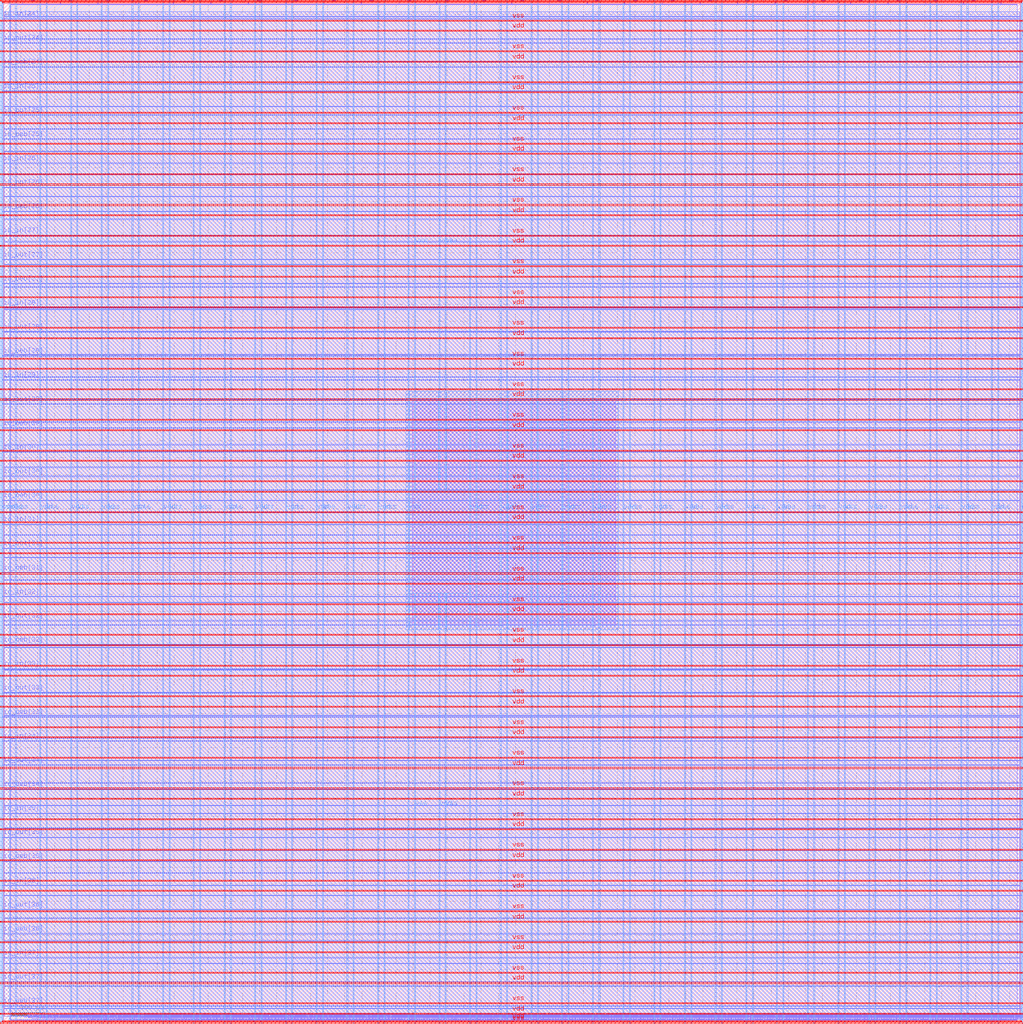
<source format=lef>
VERSION 5.7 ;
  NOWIREEXTENSIONATPIN ON ;
  DIVIDERCHAR "/" ;
  BUSBITCHARS "[]" ;
MACRO user_project_wrapper
  CLASS BLOCK ;
  FOREIGN user_project_wrapper ;
  ORIGIN 0.000 0.000 ;
  SIZE 2980.200 BY 2980.200 ;
  PIN io_in[0]
    DIRECTION INPUT ;
    USE SIGNAL ;
    PORT
      LAYER Metal3 ;
        RECT 2977.800 35.560 2985.000 36.680 ;
    END
  END io_in[0]
  PIN io_in[10]
    DIRECTION INPUT ;
    USE SIGNAL ;
    PORT
      LAYER Metal3 ;
        RECT 2977.800 2017.960 2985.000 2019.080 ;
    END
  END io_in[10]
  PIN io_in[11]
    DIRECTION INPUT ;
    USE SIGNAL ;
    PORT
      LAYER Metal3 ;
        RECT 2977.800 2216.200 2985.000 2217.320 ;
    END
  END io_in[11]
  PIN io_in[12]
    DIRECTION INPUT ;
    USE SIGNAL ;
    PORT
      LAYER Metal3 ;
        RECT 2977.800 2414.440 2985.000 2415.560 ;
    END
  END io_in[12]
  PIN io_in[13]
    DIRECTION INPUT ;
    USE SIGNAL ;
    PORT
      LAYER Metal3 ;
        RECT 2977.800 2612.680 2985.000 2613.800 ;
    END
  END io_in[13]
  PIN io_in[14]
    DIRECTION INPUT ;
    USE SIGNAL ;
    PORT
      LAYER Metal3 ;
        RECT 2977.800 2810.920 2985.000 2812.040 ;
    END
  END io_in[14]
  PIN io_in[15]
    DIRECTION INPUT ;
    USE SIGNAL ;
    PORT
      LAYER Metal2 ;
        RECT 2923.480 2977.800 2924.600 2985.000 ;
    END
  END io_in[15]
  PIN io_in[16]
    DIRECTION INPUT ;
    USE SIGNAL ;
    PORT
      LAYER Metal2 ;
        RECT 2592.520 2977.800 2593.640 2985.000 ;
    END
  END io_in[16]
  PIN io_in[17]
    DIRECTION INPUT ;
    USE SIGNAL ;
    PORT
      LAYER Metal2 ;
        RECT 2261.560 2977.800 2262.680 2985.000 ;
    END
  END io_in[17]
  PIN io_in[18]
    DIRECTION INPUT ;
    USE SIGNAL ;
    PORT
      LAYER Metal2 ;
        RECT 1930.600 2977.800 1931.720 2985.000 ;
    END
  END io_in[18]
  PIN io_in[19]
    DIRECTION INPUT ;
    USE SIGNAL ;
    PORT
      LAYER Metal2 ;
        RECT 1599.640 2977.800 1600.760 2985.000 ;
    END
  END io_in[19]
  PIN io_in[1]
    DIRECTION INPUT ;
    USE SIGNAL ;
    PORT
      LAYER Metal3 ;
        RECT 2977.800 233.800 2985.000 234.920 ;
    END
  END io_in[1]
  PIN io_in[20]
    DIRECTION INPUT ;
    USE SIGNAL ;
    PORT
      LAYER Metal2 ;
        RECT 1268.680 2977.800 1269.800 2985.000 ;
    END
  END io_in[20]
  PIN io_in[21]
    DIRECTION INPUT ;
    USE SIGNAL ;
    PORT
      LAYER Metal2 ;
        RECT 937.720 2977.800 938.840 2985.000 ;
    END
  END io_in[21]
  PIN io_in[22]
    DIRECTION INPUT ;
    USE SIGNAL ;
    PORT
      LAYER Metal2 ;
        RECT 606.760 2977.800 607.880 2985.000 ;
    END
  END io_in[22]
  PIN io_in[23]
    DIRECTION INPUT ;
    USE SIGNAL ;
    PORT
      LAYER Metal2 ;
        RECT 275.800 2977.800 276.920 2985.000 ;
    END
  END io_in[23]
  PIN io_in[24]
    DIRECTION INPUT ;
    USE SIGNAL ;
    PORT
      LAYER Metal3 ;
        RECT -4.800 2935.800 2.400 2936.920 ;
    END
  END io_in[24]
  PIN io_in[25]
    DIRECTION INPUT ;
    USE SIGNAL ;
    PORT
      LAYER Metal3 ;
        RECT -4.800 2724.120 2.400 2725.240 ;
    END
  END io_in[25]
  PIN io_in[26]
    DIRECTION INPUT ;
    USE SIGNAL ;
    PORT
      LAYER Metal3 ;
        RECT -4.800 2512.440 2.400 2513.560 ;
    END
  END io_in[26]
  PIN io_in[27]
    DIRECTION INPUT ;
    USE SIGNAL ;
    PORT
      LAYER Metal3 ;
        RECT -4.800 2300.760 2.400 2301.880 ;
    END
  END io_in[27]
  PIN io_in[28]
    DIRECTION INPUT ;
    USE SIGNAL ;
    PORT
      LAYER Metal3 ;
        RECT -4.800 2089.080 2.400 2090.200 ;
    END
  END io_in[28]
  PIN io_in[29]
    DIRECTION INPUT ;
    USE SIGNAL ;
    PORT
      LAYER Metal3 ;
        RECT -4.800 1877.400 2.400 1878.520 ;
    END
  END io_in[29]
  PIN io_in[2]
    DIRECTION INPUT ;
    USE SIGNAL ;
    PORT
      LAYER Metal3 ;
        RECT 2977.800 432.040 2985.000 433.160 ;
    END
  END io_in[2]
  PIN io_in[30]
    DIRECTION INPUT ;
    USE SIGNAL ;
    PORT
      LAYER Metal3 ;
        RECT -4.800 1665.720 2.400 1666.840 ;
    END
  END io_in[30]
  PIN io_in[31]
    DIRECTION INPUT ;
    USE SIGNAL ;
    PORT
      LAYER Metal3 ;
        RECT -4.800 1454.040 2.400 1455.160 ;
    END
  END io_in[31]
  PIN io_in[32]
    DIRECTION INPUT ;
    USE SIGNAL ;
    PORT
      LAYER Metal3 ;
        RECT -4.800 1242.360 2.400 1243.480 ;
    END
  END io_in[32]
  PIN io_in[33]
    DIRECTION INPUT ;
    USE SIGNAL ;
    PORT
      LAYER Metal3 ;
        RECT -4.800 1030.680 2.400 1031.800 ;
    END
  END io_in[33]
  PIN io_in[34]
    DIRECTION INPUT ;
    USE SIGNAL ;
    PORT
      LAYER Metal3 ;
        RECT -4.800 819.000 2.400 820.120 ;
    END
  END io_in[34]
  PIN io_in[35]
    DIRECTION INPUT ;
    USE SIGNAL ;
    PORT
      LAYER Metal3 ;
        RECT -4.800 607.320 2.400 608.440 ;
    END
  END io_in[35]
  PIN io_in[36]
    DIRECTION INPUT ;
    USE SIGNAL ;
    PORT
      LAYER Metal3 ;
        RECT -4.800 395.640 2.400 396.760 ;
    END
  END io_in[36]
  PIN io_in[37]
    DIRECTION INPUT ;
    USE SIGNAL ;
    PORT
      LAYER Metal3 ;
        RECT -4.800 183.960 2.400 185.080 ;
    END
  END io_in[37]
  PIN io_in[3]
    DIRECTION INPUT ;
    USE SIGNAL ;
    PORT
      LAYER Metal3 ;
        RECT 2977.800 630.280 2985.000 631.400 ;
    END
  END io_in[3]
  PIN io_in[4]
    DIRECTION INPUT ;
    USE SIGNAL ;
    PORT
      LAYER Metal3 ;
        RECT 2977.800 828.520 2985.000 829.640 ;
    END
  END io_in[4]
  PIN io_in[5]
    DIRECTION INPUT ;
    USE SIGNAL ;
    PORT
      LAYER Metal3 ;
        RECT 2977.800 1026.760 2985.000 1027.880 ;
    END
  END io_in[5]
  PIN io_in[6]
    DIRECTION INPUT ;
    USE SIGNAL ;
    PORT
      LAYER Metal3 ;
        RECT 2977.800 1225.000 2985.000 1226.120 ;
    END
  END io_in[6]
  PIN io_in[7]
    DIRECTION INPUT ;
    USE SIGNAL ;
    PORT
      LAYER Metal3 ;
        RECT 2977.800 1423.240 2985.000 1424.360 ;
    END
  END io_in[7]
  PIN io_in[8]
    DIRECTION INPUT ;
    USE SIGNAL ;
    PORT
      LAYER Metal3 ;
        RECT 2977.800 1621.480 2985.000 1622.600 ;
    END
  END io_in[8]
  PIN io_in[9]
    DIRECTION INPUT ;
    USE SIGNAL ;
    PORT
      LAYER Metal3 ;
        RECT 2977.800 1819.720 2985.000 1820.840 ;
    END
  END io_in[9]
  PIN io_oeb[0]
    DIRECTION OUTPUT TRISTATE ;
    USE SIGNAL ;
    PORT
      LAYER Metal3 ;
        RECT 2977.800 167.720 2985.000 168.840 ;
    END
  END io_oeb[0]
  PIN io_oeb[10]
    DIRECTION OUTPUT TRISTATE ;
    USE SIGNAL ;
    PORT
      LAYER Metal3 ;
        RECT 2977.800 2150.120 2985.000 2151.240 ;
    END
  END io_oeb[10]
  PIN io_oeb[11]
    DIRECTION OUTPUT TRISTATE ;
    USE SIGNAL ;
    PORT
      LAYER Metal3 ;
        RECT 2977.800 2348.360 2985.000 2349.480 ;
    END
  END io_oeb[11]
  PIN io_oeb[12]
    DIRECTION OUTPUT TRISTATE ;
    USE SIGNAL ;
    PORT
      LAYER Metal3 ;
        RECT 2977.800 2546.600 2985.000 2547.720 ;
    END
  END io_oeb[12]
  PIN io_oeb[13]
    DIRECTION OUTPUT TRISTATE ;
    USE SIGNAL ;
    PORT
      LAYER Metal3 ;
        RECT 2977.800 2744.840 2985.000 2745.960 ;
    END
  END io_oeb[13]
  PIN io_oeb[14]
    DIRECTION OUTPUT TRISTATE ;
    USE SIGNAL ;
    PORT
      LAYER Metal3 ;
        RECT 2977.800 2943.080 2985.000 2944.200 ;
    END
  END io_oeb[14]
  PIN io_oeb[15]
    DIRECTION OUTPUT TRISTATE ;
    USE SIGNAL ;
    PORT
      LAYER Metal2 ;
        RECT 2702.840 2977.800 2703.960 2985.000 ;
    END
  END io_oeb[15]
  PIN io_oeb[16]
    DIRECTION OUTPUT TRISTATE ;
    USE SIGNAL ;
    PORT
      LAYER Metal2 ;
        RECT 2371.880 2977.800 2373.000 2985.000 ;
    END
  END io_oeb[16]
  PIN io_oeb[17]
    DIRECTION OUTPUT TRISTATE ;
    USE SIGNAL ;
    PORT
      LAYER Metal2 ;
        RECT 2040.920 2977.800 2042.040 2985.000 ;
    END
  END io_oeb[17]
  PIN io_oeb[18]
    DIRECTION OUTPUT TRISTATE ;
    USE SIGNAL ;
    PORT
      LAYER Metal2 ;
        RECT 1709.960 2977.800 1711.080 2985.000 ;
    END
  END io_oeb[18]
  PIN io_oeb[19]
    DIRECTION OUTPUT TRISTATE ;
    USE SIGNAL ;
    PORT
      LAYER Metal2 ;
        RECT 1379.000 2977.800 1380.120 2985.000 ;
    END
  END io_oeb[19]
  PIN io_oeb[1]
    DIRECTION OUTPUT TRISTATE ;
    USE SIGNAL ;
    PORT
      LAYER Metal3 ;
        RECT 2977.800 365.960 2985.000 367.080 ;
    END
  END io_oeb[1]
  PIN io_oeb[20]
    DIRECTION OUTPUT TRISTATE ;
    USE SIGNAL ;
    PORT
      LAYER Metal2 ;
        RECT 1048.040 2977.800 1049.160 2985.000 ;
    END
  END io_oeb[20]
  PIN io_oeb[21]
    DIRECTION OUTPUT TRISTATE ;
    USE SIGNAL ;
    PORT
      LAYER Metal2 ;
        RECT 717.080 2977.800 718.200 2985.000 ;
    END
  END io_oeb[21]
  PIN io_oeb[22]
    DIRECTION OUTPUT TRISTATE ;
    USE SIGNAL ;
    PORT
      LAYER Metal2 ;
        RECT 386.120 2977.800 387.240 2985.000 ;
    END
  END io_oeb[22]
  PIN io_oeb[23]
    DIRECTION OUTPUT TRISTATE ;
    USE SIGNAL ;
    PORT
      LAYER Metal2 ;
        RECT 55.160 2977.800 56.280 2985.000 ;
    END
  END io_oeb[23]
  PIN io_oeb[24]
    DIRECTION OUTPUT TRISTATE ;
    USE SIGNAL ;
    PORT
      LAYER Metal3 ;
        RECT -4.800 2794.680 2.400 2795.800 ;
    END
  END io_oeb[24]
  PIN io_oeb[25]
    DIRECTION OUTPUT TRISTATE ;
    USE SIGNAL ;
    PORT
      LAYER Metal3 ;
        RECT -4.800 2583.000 2.400 2584.120 ;
    END
  END io_oeb[25]
  PIN io_oeb[26]
    DIRECTION OUTPUT TRISTATE ;
    USE SIGNAL ;
    PORT
      LAYER Metal3 ;
        RECT -4.800 2371.320 2.400 2372.440 ;
    END
  END io_oeb[26]
  PIN io_oeb[27]
    DIRECTION OUTPUT TRISTATE ;
    USE SIGNAL ;
    PORT
      LAYER Metal3 ;
        RECT -4.800 2159.640 2.400 2160.760 ;
    END
  END io_oeb[27]
  PIN io_oeb[28]
    DIRECTION OUTPUT TRISTATE ;
    USE SIGNAL ;
    PORT
      LAYER Metal3 ;
        RECT -4.800 1947.960 2.400 1949.080 ;
    END
  END io_oeb[28]
  PIN io_oeb[29]
    DIRECTION OUTPUT TRISTATE ;
    USE SIGNAL ;
    PORT
      LAYER Metal3 ;
        RECT -4.800 1736.280 2.400 1737.400 ;
    END
  END io_oeb[29]
  PIN io_oeb[2]
    DIRECTION OUTPUT TRISTATE ;
    USE SIGNAL ;
    PORT
      LAYER Metal3 ;
        RECT 2977.800 564.200 2985.000 565.320 ;
    END
  END io_oeb[2]
  PIN io_oeb[30]
    DIRECTION OUTPUT TRISTATE ;
    USE SIGNAL ;
    PORT
      LAYER Metal3 ;
        RECT -4.800 1524.600 2.400 1525.720 ;
    END
  END io_oeb[30]
  PIN io_oeb[31]
    DIRECTION OUTPUT TRISTATE ;
    USE SIGNAL ;
    PORT
      LAYER Metal3 ;
        RECT -4.800 1312.920 2.400 1314.040 ;
    END
  END io_oeb[31]
  PIN io_oeb[32]
    DIRECTION OUTPUT TRISTATE ;
    USE SIGNAL ;
    PORT
      LAYER Metal3 ;
        RECT -4.800 1101.240 2.400 1102.360 ;
    END
  END io_oeb[32]
  PIN io_oeb[33]
    DIRECTION OUTPUT TRISTATE ;
    USE SIGNAL ;
    PORT
      LAYER Metal3 ;
        RECT -4.800 889.560 2.400 890.680 ;
    END
  END io_oeb[33]
  PIN io_oeb[34]
    DIRECTION OUTPUT TRISTATE ;
    USE SIGNAL ;
    PORT
      LAYER Metal3 ;
        RECT -4.800 677.880 2.400 679.000 ;
    END
  END io_oeb[34]
  PIN io_oeb[35]
    DIRECTION OUTPUT TRISTATE ;
    USE SIGNAL ;
    PORT
      LAYER Metal3 ;
        RECT -4.800 466.200 2.400 467.320 ;
    END
  END io_oeb[35]
  PIN io_oeb[36]
    DIRECTION OUTPUT TRISTATE ;
    USE SIGNAL ;
    PORT
      LAYER Metal3 ;
        RECT -4.800 254.520 2.400 255.640 ;
    END
  END io_oeb[36]
  PIN io_oeb[37]
    DIRECTION OUTPUT TRISTATE ;
    USE SIGNAL ;
    PORT
      LAYER Metal3 ;
        RECT -4.800 42.840 2.400 43.960 ;
    END
  END io_oeb[37]
  PIN io_oeb[3]
    DIRECTION OUTPUT TRISTATE ;
    USE SIGNAL ;
    PORT
      LAYER Metal3 ;
        RECT 2977.800 762.440 2985.000 763.560 ;
    END
  END io_oeb[3]
  PIN io_oeb[4]
    DIRECTION OUTPUT TRISTATE ;
    USE SIGNAL ;
    PORT
      LAYER Metal3 ;
        RECT 2977.800 960.680 2985.000 961.800 ;
    END
  END io_oeb[4]
  PIN io_oeb[5]
    DIRECTION OUTPUT TRISTATE ;
    USE SIGNAL ;
    PORT
      LAYER Metal3 ;
        RECT 2977.800 1158.920 2985.000 1160.040 ;
    END
  END io_oeb[5]
  PIN io_oeb[6]
    DIRECTION OUTPUT TRISTATE ;
    USE SIGNAL ;
    PORT
      LAYER Metal3 ;
        RECT 2977.800 1357.160 2985.000 1358.280 ;
    END
  END io_oeb[6]
  PIN io_oeb[7]
    DIRECTION OUTPUT TRISTATE ;
    USE SIGNAL ;
    PORT
      LAYER Metal3 ;
        RECT 2977.800 1555.400 2985.000 1556.520 ;
    END
  END io_oeb[7]
  PIN io_oeb[8]
    DIRECTION OUTPUT TRISTATE ;
    USE SIGNAL ;
    PORT
      LAYER Metal3 ;
        RECT 2977.800 1753.640 2985.000 1754.760 ;
    END
  END io_oeb[8]
  PIN io_oeb[9]
    DIRECTION OUTPUT TRISTATE ;
    USE SIGNAL ;
    PORT
      LAYER Metal3 ;
        RECT 2977.800 1951.880 2985.000 1953.000 ;
    END
  END io_oeb[9]
  PIN io_out[0]
    DIRECTION OUTPUT TRISTATE ;
    USE SIGNAL ;
    PORT
      LAYER Metal3 ;
        RECT 2977.800 101.640 2985.000 102.760 ;
    END
  END io_out[0]
  PIN io_out[10]
    DIRECTION OUTPUT TRISTATE ;
    USE SIGNAL ;
    PORT
      LAYER Metal3 ;
        RECT 2977.800 2084.040 2985.000 2085.160 ;
    END
  END io_out[10]
  PIN io_out[11]
    DIRECTION OUTPUT TRISTATE ;
    USE SIGNAL ;
    PORT
      LAYER Metal3 ;
        RECT 2977.800 2282.280 2985.000 2283.400 ;
    END
  END io_out[11]
  PIN io_out[12]
    DIRECTION OUTPUT TRISTATE ;
    USE SIGNAL ;
    PORT
      LAYER Metal3 ;
        RECT 2977.800 2480.520 2985.000 2481.640 ;
    END
  END io_out[12]
  PIN io_out[13]
    DIRECTION OUTPUT TRISTATE ;
    USE SIGNAL ;
    PORT
      LAYER Metal3 ;
        RECT 2977.800 2678.760 2985.000 2679.880 ;
    END
  END io_out[13]
  PIN io_out[14]
    DIRECTION OUTPUT TRISTATE ;
    USE SIGNAL ;
    PORT
      LAYER Metal3 ;
        RECT 2977.800 2877.000 2985.000 2878.120 ;
    END
  END io_out[14]
  PIN io_out[15]
    DIRECTION OUTPUT TRISTATE ;
    USE SIGNAL ;
    PORT
      LAYER Metal2 ;
        RECT 2813.160 2977.800 2814.280 2985.000 ;
    END
  END io_out[15]
  PIN io_out[16]
    DIRECTION OUTPUT TRISTATE ;
    USE SIGNAL ;
    PORT
      LAYER Metal2 ;
        RECT 2482.200 2977.800 2483.320 2985.000 ;
    END
  END io_out[16]
  PIN io_out[17]
    DIRECTION OUTPUT TRISTATE ;
    USE SIGNAL ;
    PORT
      LAYER Metal2 ;
        RECT 2151.240 2977.800 2152.360 2985.000 ;
    END
  END io_out[17]
  PIN io_out[18]
    DIRECTION OUTPUT TRISTATE ;
    USE SIGNAL ;
    PORT
      LAYER Metal2 ;
        RECT 1820.280 2977.800 1821.400 2985.000 ;
    END
  END io_out[18]
  PIN io_out[19]
    DIRECTION OUTPUT TRISTATE ;
    USE SIGNAL ;
    PORT
      LAYER Metal2 ;
        RECT 1489.320 2977.800 1490.440 2985.000 ;
    END
  END io_out[19]
  PIN io_out[1]
    DIRECTION OUTPUT TRISTATE ;
    USE SIGNAL ;
    PORT
      LAYER Metal3 ;
        RECT 2977.800 299.880 2985.000 301.000 ;
    END
  END io_out[1]
  PIN io_out[20]
    DIRECTION OUTPUT TRISTATE ;
    USE SIGNAL ;
    PORT
      LAYER Metal2 ;
        RECT 1158.360 2977.800 1159.480 2985.000 ;
    END
  END io_out[20]
  PIN io_out[21]
    DIRECTION OUTPUT TRISTATE ;
    USE SIGNAL ;
    PORT
      LAYER Metal2 ;
        RECT 827.400 2977.800 828.520 2985.000 ;
    END
  END io_out[21]
  PIN io_out[22]
    DIRECTION OUTPUT TRISTATE ;
    USE SIGNAL ;
    PORT
      LAYER Metal2 ;
        RECT 496.440 2977.800 497.560 2985.000 ;
    END
  END io_out[22]
  PIN io_out[23]
    DIRECTION OUTPUT TRISTATE ;
    USE SIGNAL ;
    PORT
      LAYER Metal2 ;
        RECT 165.480 2977.800 166.600 2985.000 ;
    END
  END io_out[23]
  PIN io_out[24]
    DIRECTION OUTPUT TRISTATE ;
    USE SIGNAL ;
    PORT
      LAYER Metal3 ;
        RECT -4.800 2865.240 2.400 2866.360 ;
    END
  END io_out[24]
  PIN io_out[25]
    DIRECTION OUTPUT TRISTATE ;
    USE SIGNAL ;
    PORT
      LAYER Metal3 ;
        RECT -4.800 2653.560 2.400 2654.680 ;
    END
  END io_out[25]
  PIN io_out[26]
    DIRECTION OUTPUT TRISTATE ;
    USE SIGNAL ;
    PORT
      LAYER Metal3 ;
        RECT -4.800 2441.880 2.400 2443.000 ;
    END
  END io_out[26]
  PIN io_out[27]
    DIRECTION OUTPUT TRISTATE ;
    USE SIGNAL ;
    PORT
      LAYER Metal3 ;
        RECT -4.800 2230.200 2.400 2231.320 ;
    END
  END io_out[27]
  PIN io_out[28]
    DIRECTION OUTPUT TRISTATE ;
    USE SIGNAL ;
    PORT
      LAYER Metal3 ;
        RECT -4.800 2018.520 2.400 2019.640 ;
    END
  END io_out[28]
  PIN io_out[29]
    DIRECTION OUTPUT TRISTATE ;
    USE SIGNAL ;
    PORT
      LAYER Metal3 ;
        RECT -4.800 1806.840 2.400 1807.960 ;
    END
  END io_out[29]
  PIN io_out[2]
    DIRECTION OUTPUT TRISTATE ;
    USE SIGNAL ;
    PORT
      LAYER Metal3 ;
        RECT 2977.800 498.120 2985.000 499.240 ;
    END
  END io_out[2]
  PIN io_out[30]
    DIRECTION OUTPUT TRISTATE ;
    USE SIGNAL ;
    PORT
      LAYER Metal3 ;
        RECT -4.800 1595.160 2.400 1596.280 ;
    END
  END io_out[30]
  PIN io_out[31]
    DIRECTION OUTPUT TRISTATE ;
    USE SIGNAL ;
    PORT
      LAYER Metal3 ;
        RECT -4.800 1383.480 2.400 1384.600 ;
    END
  END io_out[31]
  PIN io_out[32]
    DIRECTION OUTPUT TRISTATE ;
    USE SIGNAL ;
    PORT
      LAYER Metal3 ;
        RECT -4.800 1171.800 2.400 1172.920 ;
    END
  END io_out[32]
  PIN io_out[33]
    DIRECTION OUTPUT TRISTATE ;
    USE SIGNAL ;
    PORT
      LAYER Metal3 ;
        RECT -4.800 960.120 2.400 961.240 ;
    END
  END io_out[33]
  PIN io_out[34]
    DIRECTION OUTPUT TRISTATE ;
    USE SIGNAL ;
    PORT
      LAYER Metal3 ;
        RECT -4.800 748.440 2.400 749.560 ;
    END
  END io_out[34]
  PIN io_out[35]
    DIRECTION OUTPUT TRISTATE ;
    USE SIGNAL ;
    PORT
      LAYER Metal3 ;
        RECT -4.800 536.760 2.400 537.880 ;
    END
  END io_out[35]
  PIN io_out[36]
    DIRECTION OUTPUT TRISTATE ;
    USE SIGNAL ;
    PORT
      LAYER Metal3 ;
        RECT -4.800 325.080 2.400 326.200 ;
    END
  END io_out[36]
  PIN io_out[37]
    DIRECTION OUTPUT TRISTATE ;
    USE SIGNAL ;
    PORT
      LAYER Metal3 ;
        RECT -4.800 113.400 2.400 114.520 ;
    END
  END io_out[37]
  PIN io_out[3]
    DIRECTION OUTPUT TRISTATE ;
    USE SIGNAL ;
    PORT
      LAYER Metal3 ;
        RECT 2977.800 696.360 2985.000 697.480 ;
    END
  END io_out[3]
  PIN io_out[4]
    DIRECTION OUTPUT TRISTATE ;
    USE SIGNAL ;
    PORT
      LAYER Metal3 ;
        RECT 2977.800 894.600 2985.000 895.720 ;
    END
  END io_out[4]
  PIN io_out[5]
    DIRECTION OUTPUT TRISTATE ;
    USE SIGNAL ;
    PORT
      LAYER Metal3 ;
        RECT 2977.800 1092.840 2985.000 1093.960 ;
    END
  END io_out[5]
  PIN io_out[6]
    DIRECTION OUTPUT TRISTATE ;
    USE SIGNAL ;
    PORT
      LAYER Metal3 ;
        RECT 2977.800 1291.080 2985.000 1292.200 ;
    END
  END io_out[6]
  PIN io_out[7]
    DIRECTION OUTPUT TRISTATE ;
    USE SIGNAL ;
    PORT
      LAYER Metal3 ;
        RECT 2977.800 1489.320 2985.000 1490.440 ;
    END
  END io_out[7]
  PIN io_out[8]
    DIRECTION OUTPUT TRISTATE ;
    USE SIGNAL ;
    PORT
      LAYER Metal3 ;
        RECT 2977.800 1687.560 2985.000 1688.680 ;
    END
  END io_out[8]
  PIN io_out[9]
    DIRECTION OUTPUT TRISTATE ;
    USE SIGNAL ;
    PORT
      LAYER Metal3 ;
        RECT 2977.800 1885.800 2985.000 1886.920 ;
    END
  END io_out[9]
  PIN la_data_in[0]
    DIRECTION INPUT ;
    USE SIGNAL ;
    PORT
      LAYER Metal2 ;
        RECT 1065.960 -4.800 1067.080 2.400 ;
    END
  END la_data_in[0]
  PIN la_data_in[10]
    DIRECTION INPUT ;
    USE SIGNAL ;
    PORT
      LAYER Metal2 ;
        RECT 1351.560 -4.800 1352.680 2.400 ;
    END
  END la_data_in[10]
  PIN la_data_in[11]
    DIRECTION INPUT ;
    USE SIGNAL ;
    PORT
      LAYER Metal2 ;
        RECT 1380.120 -4.800 1381.240 2.400 ;
    END
  END la_data_in[11]
  PIN la_data_in[12]
    DIRECTION INPUT ;
    USE SIGNAL ;
    PORT
      LAYER Metal2 ;
        RECT 1408.680 -4.800 1409.800 2.400 ;
    END
  END la_data_in[12]
  PIN la_data_in[13]
    DIRECTION INPUT ;
    USE SIGNAL ;
    PORT
      LAYER Metal2 ;
        RECT 1437.240 -4.800 1438.360 2.400 ;
    END
  END la_data_in[13]
  PIN la_data_in[14]
    DIRECTION INPUT ;
    USE SIGNAL ;
    PORT
      LAYER Metal2 ;
        RECT 1465.800 -4.800 1466.920 2.400 ;
    END
  END la_data_in[14]
  PIN la_data_in[15]
    DIRECTION INPUT ;
    USE SIGNAL ;
    PORT
      LAYER Metal2 ;
        RECT 1494.360 -4.800 1495.480 2.400 ;
    END
  END la_data_in[15]
  PIN la_data_in[16]
    DIRECTION INPUT ;
    USE SIGNAL ;
    PORT
      LAYER Metal2 ;
        RECT 1522.920 -4.800 1524.040 2.400 ;
    END
  END la_data_in[16]
  PIN la_data_in[17]
    DIRECTION INPUT ;
    USE SIGNAL ;
    PORT
      LAYER Metal2 ;
        RECT 1551.480 -4.800 1552.600 2.400 ;
    END
  END la_data_in[17]
  PIN la_data_in[18]
    DIRECTION INPUT ;
    USE SIGNAL ;
    PORT
      LAYER Metal2 ;
        RECT 1580.040 -4.800 1581.160 2.400 ;
    END
  END la_data_in[18]
  PIN la_data_in[19]
    DIRECTION INPUT ;
    USE SIGNAL ;
    PORT
      LAYER Metal2 ;
        RECT 1608.600 -4.800 1609.720 2.400 ;
    END
  END la_data_in[19]
  PIN la_data_in[1]
    DIRECTION INPUT ;
    USE SIGNAL ;
    PORT
      LAYER Metal2 ;
        RECT 1094.520 -4.800 1095.640 2.400 ;
    END
  END la_data_in[1]
  PIN la_data_in[20]
    DIRECTION INPUT ;
    USE SIGNAL ;
    PORT
      LAYER Metal2 ;
        RECT 1637.160 -4.800 1638.280 2.400 ;
    END
  END la_data_in[20]
  PIN la_data_in[21]
    DIRECTION INPUT ;
    USE SIGNAL ;
    PORT
      LAYER Metal2 ;
        RECT 1665.720 -4.800 1666.840 2.400 ;
    END
  END la_data_in[21]
  PIN la_data_in[22]
    DIRECTION INPUT ;
    USE SIGNAL ;
    PORT
      LAYER Metal2 ;
        RECT 1694.280 -4.800 1695.400 2.400 ;
    END
  END la_data_in[22]
  PIN la_data_in[23]
    DIRECTION INPUT ;
    USE SIGNAL ;
    PORT
      LAYER Metal2 ;
        RECT 1722.840 -4.800 1723.960 2.400 ;
    END
  END la_data_in[23]
  PIN la_data_in[24]
    DIRECTION INPUT ;
    USE SIGNAL ;
    PORT
      LAYER Metal2 ;
        RECT 1751.400 -4.800 1752.520 2.400 ;
    END
  END la_data_in[24]
  PIN la_data_in[25]
    DIRECTION INPUT ;
    USE SIGNAL ;
    PORT
      LAYER Metal2 ;
        RECT 1779.960 -4.800 1781.080 2.400 ;
    END
  END la_data_in[25]
  PIN la_data_in[26]
    DIRECTION INPUT ;
    USE SIGNAL ;
    PORT
      LAYER Metal2 ;
        RECT 1808.520 -4.800 1809.640 2.400 ;
    END
  END la_data_in[26]
  PIN la_data_in[27]
    DIRECTION INPUT ;
    USE SIGNAL ;
    PORT
      LAYER Metal2 ;
        RECT 1837.080 -4.800 1838.200 2.400 ;
    END
  END la_data_in[27]
  PIN la_data_in[28]
    DIRECTION INPUT ;
    USE SIGNAL ;
    PORT
      LAYER Metal2 ;
        RECT 1865.640 -4.800 1866.760 2.400 ;
    END
  END la_data_in[28]
  PIN la_data_in[29]
    DIRECTION INPUT ;
    USE SIGNAL ;
    PORT
      LAYER Metal2 ;
        RECT 1894.200 -4.800 1895.320 2.400 ;
    END
  END la_data_in[29]
  PIN la_data_in[2]
    DIRECTION INPUT ;
    USE SIGNAL ;
    PORT
      LAYER Metal2 ;
        RECT 1123.080 -4.800 1124.200 2.400 ;
    END
  END la_data_in[2]
  PIN la_data_in[30]
    DIRECTION INPUT ;
    USE SIGNAL ;
    PORT
      LAYER Metal2 ;
        RECT 1922.760 -4.800 1923.880 2.400 ;
    END
  END la_data_in[30]
  PIN la_data_in[31]
    DIRECTION INPUT ;
    USE SIGNAL ;
    PORT
      LAYER Metal2 ;
        RECT 1951.320 -4.800 1952.440 2.400 ;
    END
  END la_data_in[31]
  PIN la_data_in[32]
    DIRECTION INPUT ;
    USE SIGNAL ;
    PORT
      LAYER Metal2 ;
        RECT 1979.880 -4.800 1981.000 2.400 ;
    END
  END la_data_in[32]
  PIN la_data_in[33]
    DIRECTION INPUT ;
    USE SIGNAL ;
    PORT
      LAYER Metal2 ;
        RECT 2008.440 -4.800 2009.560 2.400 ;
    END
  END la_data_in[33]
  PIN la_data_in[34]
    DIRECTION INPUT ;
    USE SIGNAL ;
    PORT
      LAYER Metal2 ;
        RECT 2037.000 -4.800 2038.120 2.400 ;
    END
  END la_data_in[34]
  PIN la_data_in[35]
    DIRECTION INPUT ;
    USE SIGNAL ;
    PORT
      LAYER Metal2 ;
        RECT 2065.560 -4.800 2066.680 2.400 ;
    END
  END la_data_in[35]
  PIN la_data_in[36]
    DIRECTION INPUT ;
    USE SIGNAL ;
    PORT
      LAYER Metal2 ;
        RECT 2094.120 -4.800 2095.240 2.400 ;
    END
  END la_data_in[36]
  PIN la_data_in[37]
    DIRECTION INPUT ;
    USE SIGNAL ;
    PORT
      LAYER Metal2 ;
        RECT 2122.680 -4.800 2123.800 2.400 ;
    END
  END la_data_in[37]
  PIN la_data_in[38]
    DIRECTION INPUT ;
    USE SIGNAL ;
    PORT
      LAYER Metal2 ;
        RECT 2151.240 -4.800 2152.360 2.400 ;
    END
  END la_data_in[38]
  PIN la_data_in[39]
    DIRECTION INPUT ;
    USE SIGNAL ;
    PORT
      LAYER Metal2 ;
        RECT 2179.800 -4.800 2180.920 2.400 ;
    END
  END la_data_in[39]
  PIN la_data_in[3]
    DIRECTION INPUT ;
    USE SIGNAL ;
    PORT
      LAYER Metal2 ;
        RECT 1151.640 -4.800 1152.760 2.400 ;
    END
  END la_data_in[3]
  PIN la_data_in[40]
    DIRECTION INPUT ;
    USE SIGNAL ;
    PORT
      LAYER Metal2 ;
        RECT 2208.360 -4.800 2209.480 2.400 ;
    END
  END la_data_in[40]
  PIN la_data_in[41]
    DIRECTION INPUT ;
    USE SIGNAL ;
    PORT
      LAYER Metal2 ;
        RECT 2236.920 -4.800 2238.040 2.400 ;
    END
  END la_data_in[41]
  PIN la_data_in[42]
    DIRECTION INPUT ;
    USE SIGNAL ;
    PORT
      LAYER Metal2 ;
        RECT 2265.480 -4.800 2266.600 2.400 ;
    END
  END la_data_in[42]
  PIN la_data_in[43]
    DIRECTION INPUT ;
    USE SIGNAL ;
    PORT
      LAYER Metal2 ;
        RECT 2294.040 -4.800 2295.160 2.400 ;
    END
  END la_data_in[43]
  PIN la_data_in[44]
    DIRECTION INPUT ;
    USE SIGNAL ;
    PORT
      LAYER Metal2 ;
        RECT 2322.600 -4.800 2323.720 2.400 ;
    END
  END la_data_in[44]
  PIN la_data_in[45]
    DIRECTION INPUT ;
    USE SIGNAL ;
    PORT
      LAYER Metal2 ;
        RECT 2351.160 -4.800 2352.280 2.400 ;
    END
  END la_data_in[45]
  PIN la_data_in[46]
    DIRECTION INPUT ;
    USE SIGNAL ;
    PORT
      LAYER Metal2 ;
        RECT 2379.720 -4.800 2380.840 2.400 ;
    END
  END la_data_in[46]
  PIN la_data_in[47]
    DIRECTION INPUT ;
    USE SIGNAL ;
    PORT
      LAYER Metal2 ;
        RECT 2408.280 -4.800 2409.400 2.400 ;
    END
  END la_data_in[47]
  PIN la_data_in[48]
    DIRECTION INPUT ;
    USE SIGNAL ;
    PORT
      LAYER Metal2 ;
        RECT 2436.840 -4.800 2437.960 2.400 ;
    END
  END la_data_in[48]
  PIN la_data_in[49]
    DIRECTION INPUT ;
    USE SIGNAL ;
    PORT
      LAYER Metal2 ;
        RECT 2465.400 -4.800 2466.520 2.400 ;
    END
  END la_data_in[49]
  PIN la_data_in[4]
    DIRECTION INPUT ;
    USE SIGNAL ;
    PORT
      LAYER Metal2 ;
        RECT 1180.200 -4.800 1181.320 2.400 ;
    END
  END la_data_in[4]
  PIN la_data_in[50]
    DIRECTION INPUT ;
    USE SIGNAL ;
    PORT
      LAYER Metal2 ;
        RECT 2493.960 -4.800 2495.080 2.400 ;
    END
  END la_data_in[50]
  PIN la_data_in[51]
    DIRECTION INPUT ;
    USE SIGNAL ;
    PORT
      LAYER Metal2 ;
        RECT 2522.520 -4.800 2523.640 2.400 ;
    END
  END la_data_in[51]
  PIN la_data_in[52]
    DIRECTION INPUT ;
    USE SIGNAL ;
    PORT
      LAYER Metal2 ;
        RECT 2551.080 -4.800 2552.200 2.400 ;
    END
  END la_data_in[52]
  PIN la_data_in[53]
    DIRECTION INPUT ;
    USE SIGNAL ;
    PORT
      LAYER Metal2 ;
        RECT 2579.640 -4.800 2580.760 2.400 ;
    END
  END la_data_in[53]
  PIN la_data_in[54]
    DIRECTION INPUT ;
    USE SIGNAL ;
    PORT
      LAYER Metal2 ;
        RECT 2608.200 -4.800 2609.320 2.400 ;
    END
  END la_data_in[54]
  PIN la_data_in[55]
    DIRECTION INPUT ;
    USE SIGNAL ;
    PORT
      LAYER Metal2 ;
        RECT 2636.760 -4.800 2637.880 2.400 ;
    END
  END la_data_in[55]
  PIN la_data_in[56]
    DIRECTION INPUT ;
    USE SIGNAL ;
    PORT
      LAYER Metal2 ;
        RECT 2665.320 -4.800 2666.440 2.400 ;
    END
  END la_data_in[56]
  PIN la_data_in[57]
    DIRECTION INPUT ;
    USE SIGNAL ;
    PORT
      LAYER Metal2 ;
        RECT 2693.880 -4.800 2695.000 2.400 ;
    END
  END la_data_in[57]
  PIN la_data_in[58]
    DIRECTION INPUT ;
    USE SIGNAL ;
    PORT
      LAYER Metal2 ;
        RECT 2722.440 -4.800 2723.560 2.400 ;
    END
  END la_data_in[58]
  PIN la_data_in[59]
    DIRECTION INPUT ;
    USE SIGNAL ;
    PORT
      LAYER Metal2 ;
        RECT 2751.000 -4.800 2752.120 2.400 ;
    END
  END la_data_in[59]
  PIN la_data_in[5]
    DIRECTION INPUT ;
    USE SIGNAL ;
    PORT
      LAYER Metal2 ;
        RECT 1208.760 -4.800 1209.880 2.400 ;
    END
  END la_data_in[5]
  PIN la_data_in[60]
    DIRECTION INPUT ;
    USE SIGNAL ;
    PORT
      LAYER Metal2 ;
        RECT 2779.560 -4.800 2780.680 2.400 ;
    END
  END la_data_in[60]
  PIN la_data_in[61]
    DIRECTION INPUT ;
    USE SIGNAL ;
    PORT
      LAYER Metal2 ;
        RECT 2808.120 -4.800 2809.240 2.400 ;
    END
  END la_data_in[61]
  PIN la_data_in[62]
    DIRECTION INPUT ;
    USE SIGNAL ;
    PORT
      LAYER Metal2 ;
        RECT 2836.680 -4.800 2837.800 2.400 ;
    END
  END la_data_in[62]
  PIN la_data_in[63]
    DIRECTION INPUT ;
    USE SIGNAL ;
    PORT
      LAYER Metal2 ;
        RECT 2865.240 -4.800 2866.360 2.400 ;
    END
  END la_data_in[63]
  PIN la_data_in[6]
    DIRECTION INPUT ;
    USE SIGNAL ;
    PORT
      LAYER Metal2 ;
        RECT 1237.320 -4.800 1238.440 2.400 ;
    END
  END la_data_in[6]
  PIN la_data_in[7]
    DIRECTION INPUT ;
    USE SIGNAL ;
    PORT
      LAYER Metal2 ;
        RECT 1265.880 -4.800 1267.000 2.400 ;
    END
  END la_data_in[7]
  PIN la_data_in[8]
    DIRECTION INPUT ;
    USE SIGNAL ;
    PORT
      LAYER Metal2 ;
        RECT 1294.440 -4.800 1295.560 2.400 ;
    END
  END la_data_in[8]
  PIN la_data_in[9]
    DIRECTION INPUT ;
    USE SIGNAL ;
    PORT
      LAYER Metal2 ;
        RECT 1323.000 -4.800 1324.120 2.400 ;
    END
  END la_data_in[9]
  PIN la_data_out[0]
    DIRECTION OUTPUT TRISTATE ;
    USE SIGNAL ;
    PORT
      LAYER Metal2 ;
        RECT 1075.480 -4.800 1076.600 2.400 ;
    END
  END la_data_out[0]
  PIN la_data_out[10]
    DIRECTION OUTPUT TRISTATE ;
    USE SIGNAL ;
    PORT
      LAYER Metal2 ;
        RECT 1361.080 -4.800 1362.200 2.400 ;
    END
  END la_data_out[10]
  PIN la_data_out[11]
    DIRECTION OUTPUT TRISTATE ;
    USE SIGNAL ;
    PORT
      LAYER Metal2 ;
        RECT 1389.640 -4.800 1390.760 2.400 ;
    END
  END la_data_out[11]
  PIN la_data_out[12]
    DIRECTION OUTPUT TRISTATE ;
    USE SIGNAL ;
    PORT
      LAYER Metal2 ;
        RECT 1418.200 -4.800 1419.320 2.400 ;
    END
  END la_data_out[12]
  PIN la_data_out[13]
    DIRECTION OUTPUT TRISTATE ;
    USE SIGNAL ;
    PORT
      LAYER Metal2 ;
        RECT 1446.760 -4.800 1447.880 2.400 ;
    END
  END la_data_out[13]
  PIN la_data_out[14]
    DIRECTION OUTPUT TRISTATE ;
    USE SIGNAL ;
    PORT
      LAYER Metal2 ;
        RECT 1475.320 -4.800 1476.440 2.400 ;
    END
  END la_data_out[14]
  PIN la_data_out[15]
    DIRECTION OUTPUT TRISTATE ;
    USE SIGNAL ;
    PORT
      LAYER Metal2 ;
        RECT 1503.880 -4.800 1505.000 2.400 ;
    END
  END la_data_out[15]
  PIN la_data_out[16]
    DIRECTION OUTPUT TRISTATE ;
    USE SIGNAL ;
    PORT
      LAYER Metal2 ;
        RECT 1532.440 -4.800 1533.560 2.400 ;
    END
  END la_data_out[16]
  PIN la_data_out[17]
    DIRECTION OUTPUT TRISTATE ;
    USE SIGNAL ;
    PORT
      LAYER Metal2 ;
        RECT 1561.000 -4.800 1562.120 2.400 ;
    END
  END la_data_out[17]
  PIN la_data_out[18]
    DIRECTION OUTPUT TRISTATE ;
    USE SIGNAL ;
    PORT
      LAYER Metal2 ;
        RECT 1589.560 -4.800 1590.680 2.400 ;
    END
  END la_data_out[18]
  PIN la_data_out[19]
    DIRECTION OUTPUT TRISTATE ;
    USE SIGNAL ;
    PORT
      LAYER Metal2 ;
        RECT 1618.120 -4.800 1619.240 2.400 ;
    END
  END la_data_out[19]
  PIN la_data_out[1]
    DIRECTION OUTPUT TRISTATE ;
    USE SIGNAL ;
    PORT
      LAYER Metal2 ;
        RECT 1104.040 -4.800 1105.160 2.400 ;
    END
  END la_data_out[1]
  PIN la_data_out[20]
    DIRECTION OUTPUT TRISTATE ;
    USE SIGNAL ;
    PORT
      LAYER Metal2 ;
        RECT 1646.680 -4.800 1647.800 2.400 ;
    END
  END la_data_out[20]
  PIN la_data_out[21]
    DIRECTION OUTPUT TRISTATE ;
    USE SIGNAL ;
    PORT
      LAYER Metal2 ;
        RECT 1675.240 -4.800 1676.360 2.400 ;
    END
  END la_data_out[21]
  PIN la_data_out[22]
    DIRECTION OUTPUT TRISTATE ;
    USE SIGNAL ;
    PORT
      LAYER Metal2 ;
        RECT 1703.800 -4.800 1704.920 2.400 ;
    END
  END la_data_out[22]
  PIN la_data_out[23]
    DIRECTION OUTPUT TRISTATE ;
    USE SIGNAL ;
    PORT
      LAYER Metal2 ;
        RECT 1732.360 -4.800 1733.480 2.400 ;
    END
  END la_data_out[23]
  PIN la_data_out[24]
    DIRECTION OUTPUT TRISTATE ;
    USE SIGNAL ;
    PORT
      LAYER Metal2 ;
        RECT 1760.920 -4.800 1762.040 2.400 ;
    END
  END la_data_out[24]
  PIN la_data_out[25]
    DIRECTION OUTPUT TRISTATE ;
    USE SIGNAL ;
    PORT
      LAYER Metal2 ;
        RECT 1789.480 -4.800 1790.600 2.400 ;
    END
  END la_data_out[25]
  PIN la_data_out[26]
    DIRECTION OUTPUT TRISTATE ;
    USE SIGNAL ;
    PORT
      LAYER Metal2 ;
        RECT 1818.040 -4.800 1819.160 2.400 ;
    END
  END la_data_out[26]
  PIN la_data_out[27]
    DIRECTION OUTPUT TRISTATE ;
    USE SIGNAL ;
    PORT
      LAYER Metal2 ;
        RECT 1846.600 -4.800 1847.720 2.400 ;
    END
  END la_data_out[27]
  PIN la_data_out[28]
    DIRECTION OUTPUT TRISTATE ;
    USE SIGNAL ;
    PORT
      LAYER Metal2 ;
        RECT 1875.160 -4.800 1876.280 2.400 ;
    END
  END la_data_out[28]
  PIN la_data_out[29]
    DIRECTION OUTPUT TRISTATE ;
    USE SIGNAL ;
    PORT
      LAYER Metal2 ;
        RECT 1903.720 -4.800 1904.840 2.400 ;
    END
  END la_data_out[29]
  PIN la_data_out[2]
    DIRECTION OUTPUT TRISTATE ;
    USE SIGNAL ;
    PORT
      LAYER Metal2 ;
        RECT 1132.600 -4.800 1133.720 2.400 ;
    END
  END la_data_out[2]
  PIN la_data_out[30]
    DIRECTION OUTPUT TRISTATE ;
    USE SIGNAL ;
    PORT
      LAYER Metal2 ;
        RECT 1932.280 -4.800 1933.400 2.400 ;
    END
  END la_data_out[30]
  PIN la_data_out[31]
    DIRECTION OUTPUT TRISTATE ;
    USE SIGNAL ;
    PORT
      LAYER Metal2 ;
        RECT 1960.840 -4.800 1961.960 2.400 ;
    END
  END la_data_out[31]
  PIN la_data_out[32]
    DIRECTION OUTPUT TRISTATE ;
    USE SIGNAL ;
    PORT
      LAYER Metal2 ;
        RECT 1989.400 -4.800 1990.520 2.400 ;
    END
  END la_data_out[32]
  PIN la_data_out[33]
    DIRECTION OUTPUT TRISTATE ;
    USE SIGNAL ;
    PORT
      LAYER Metal2 ;
        RECT 2017.960 -4.800 2019.080 2.400 ;
    END
  END la_data_out[33]
  PIN la_data_out[34]
    DIRECTION OUTPUT TRISTATE ;
    USE SIGNAL ;
    PORT
      LAYER Metal2 ;
        RECT 2046.520 -4.800 2047.640 2.400 ;
    END
  END la_data_out[34]
  PIN la_data_out[35]
    DIRECTION OUTPUT TRISTATE ;
    USE SIGNAL ;
    PORT
      LAYER Metal2 ;
        RECT 2075.080 -4.800 2076.200 2.400 ;
    END
  END la_data_out[35]
  PIN la_data_out[36]
    DIRECTION OUTPUT TRISTATE ;
    USE SIGNAL ;
    PORT
      LAYER Metal2 ;
        RECT 2103.640 -4.800 2104.760 2.400 ;
    END
  END la_data_out[36]
  PIN la_data_out[37]
    DIRECTION OUTPUT TRISTATE ;
    USE SIGNAL ;
    PORT
      LAYER Metal2 ;
        RECT 2132.200 -4.800 2133.320 2.400 ;
    END
  END la_data_out[37]
  PIN la_data_out[38]
    DIRECTION OUTPUT TRISTATE ;
    USE SIGNAL ;
    PORT
      LAYER Metal2 ;
        RECT 2160.760 -4.800 2161.880 2.400 ;
    END
  END la_data_out[38]
  PIN la_data_out[39]
    DIRECTION OUTPUT TRISTATE ;
    USE SIGNAL ;
    PORT
      LAYER Metal2 ;
        RECT 2189.320 -4.800 2190.440 2.400 ;
    END
  END la_data_out[39]
  PIN la_data_out[3]
    DIRECTION OUTPUT TRISTATE ;
    USE SIGNAL ;
    PORT
      LAYER Metal2 ;
        RECT 1161.160 -4.800 1162.280 2.400 ;
    END
  END la_data_out[3]
  PIN la_data_out[40]
    DIRECTION OUTPUT TRISTATE ;
    USE SIGNAL ;
    PORT
      LAYER Metal2 ;
        RECT 2217.880 -4.800 2219.000 2.400 ;
    END
  END la_data_out[40]
  PIN la_data_out[41]
    DIRECTION OUTPUT TRISTATE ;
    USE SIGNAL ;
    PORT
      LAYER Metal2 ;
        RECT 2246.440 -4.800 2247.560 2.400 ;
    END
  END la_data_out[41]
  PIN la_data_out[42]
    DIRECTION OUTPUT TRISTATE ;
    USE SIGNAL ;
    PORT
      LAYER Metal2 ;
        RECT 2275.000 -4.800 2276.120 2.400 ;
    END
  END la_data_out[42]
  PIN la_data_out[43]
    DIRECTION OUTPUT TRISTATE ;
    USE SIGNAL ;
    PORT
      LAYER Metal2 ;
        RECT 2303.560 -4.800 2304.680 2.400 ;
    END
  END la_data_out[43]
  PIN la_data_out[44]
    DIRECTION OUTPUT TRISTATE ;
    USE SIGNAL ;
    PORT
      LAYER Metal2 ;
        RECT 2332.120 -4.800 2333.240 2.400 ;
    END
  END la_data_out[44]
  PIN la_data_out[45]
    DIRECTION OUTPUT TRISTATE ;
    USE SIGNAL ;
    PORT
      LAYER Metal2 ;
        RECT 2360.680 -4.800 2361.800 2.400 ;
    END
  END la_data_out[45]
  PIN la_data_out[46]
    DIRECTION OUTPUT TRISTATE ;
    USE SIGNAL ;
    PORT
      LAYER Metal2 ;
        RECT 2389.240 -4.800 2390.360 2.400 ;
    END
  END la_data_out[46]
  PIN la_data_out[47]
    DIRECTION OUTPUT TRISTATE ;
    USE SIGNAL ;
    PORT
      LAYER Metal2 ;
        RECT 2417.800 -4.800 2418.920 2.400 ;
    END
  END la_data_out[47]
  PIN la_data_out[48]
    DIRECTION OUTPUT TRISTATE ;
    USE SIGNAL ;
    PORT
      LAYER Metal2 ;
        RECT 2446.360 -4.800 2447.480 2.400 ;
    END
  END la_data_out[48]
  PIN la_data_out[49]
    DIRECTION OUTPUT TRISTATE ;
    USE SIGNAL ;
    PORT
      LAYER Metal2 ;
        RECT 2474.920 -4.800 2476.040 2.400 ;
    END
  END la_data_out[49]
  PIN la_data_out[4]
    DIRECTION OUTPUT TRISTATE ;
    USE SIGNAL ;
    PORT
      LAYER Metal2 ;
        RECT 1189.720 -4.800 1190.840 2.400 ;
    END
  END la_data_out[4]
  PIN la_data_out[50]
    DIRECTION OUTPUT TRISTATE ;
    USE SIGNAL ;
    PORT
      LAYER Metal2 ;
        RECT 2503.480 -4.800 2504.600 2.400 ;
    END
  END la_data_out[50]
  PIN la_data_out[51]
    DIRECTION OUTPUT TRISTATE ;
    USE SIGNAL ;
    PORT
      LAYER Metal2 ;
        RECT 2532.040 -4.800 2533.160 2.400 ;
    END
  END la_data_out[51]
  PIN la_data_out[52]
    DIRECTION OUTPUT TRISTATE ;
    USE SIGNAL ;
    PORT
      LAYER Metal2 ;
        RECT 2560.600 -4.800 2561.720 2.400 ;
    END
  END la_data_out[52]
  PIN la_data_out[53]
    DIRECTION OUTPUT TRISTATE ;
    USE SIGNAL ;
    PORT
      LAYER Metal2 ;
        RECT 2589.160 -4.800 2590.280 2.400 ;
    END
  END la_data_out[53]
  PIN la_data_out[54]
    DIRECTION OUTPUT TRISTATE ;
    USE SIGNAL ;
    PORT
      LAYER Metal2 ;
        RECT 2617.720 -4.800 2618.840 2.400 ;
    END
  END la_data_out[54]
  PIN la_data_out[55]
    DIRECTION OUTPUT TRISTATE ;
    USE SIGNAL ;
    PORT
      LAYER Metal2 ;
        RECT 2646.280 -4.800 2647.400 2.400 ;
    END
  END la_data_out[55]
  PIN la_data_out[56]
    DIRECTION OUTPUT TRISTATE ;
    USE SIGNAL ;
    PORT
      LAYER Metal2 ;
        RECT 2674.840 -4.800 2675.960 2.400 ;
    END
  END la_data_out[56]
  PIN la_data_out[57]
    DIRECTION OUTPUT TRISTATE ;
    USE SIGNAL ;
    PORT
      LAYER Metal2 ;
        RECT 2703.400 -4.800 2704.520 2.400 ;
    END
  END la_data_out[57]
  PIN la_data_out[58]
    DIRECTION OUTPUT TRISTATE ;
    USE SIGNAL ;
    PORT
      LAYER Metal2 ;
        RECT 2731.960 -4.800 2733.080 2.400 ;
    END
  END la_data_out[58]
  PIN la_data_out[59]
    DIRECTION OUTPUT TRISTATE ;
    USE SIGNAL ;
    PORT
      LAYER Metal2 ;
        RECT 2760.520 -4.800 2761.640 2.400 ;
    END
  END la_data_out[59]
  PIN la_data_out[5]
    DIRECTION OUTPUT TRISTATE ;
    USE SIGNAL ;
    PORT
      LAYER Metal2 ;
        RECT 1218.280 -4.800 1219.400 2.400 ;
    END
  END la_data_out[5]
  PIN la_data_out[60]
    DIRECTION OUTPUT TRISTATE ;
    USE SIGNAL ;
    PORT
      LAYER Metal2 ;
        RECT 2789.080 -4.800 2790.200 2.400 ;
    END
  END la_data_out[60]
  PIN la_data_out[61]
    DIRECTION OUTPUT TRISTATE ;
    USE SIGNAL ;
    PORT
      LAYER Metal2 ;
        RECT 2817.640 -4.800 2818.760 2.400 ;
    END
  END la_data_out[61]
  PIN la_data_out[62]
    DIRECTION OUTPUT TRISTATE ;
    USE SIGNAL ;
    PORT
      LAYER Metal2 ;
        RECT 2846.200 -4.800 2847.320 2.400 ;
    END
  END la_data_out[62]
  PIN la_data_out[63]
    DIRECTION OUTPUT TRISTATE ;
    USE SIGNAL ;
    PORT
      LAYER Metal2 ;
        RECT 2874.760 -4.800 2875.880 2.400 ;
    END
  END la_data_out[63]
  PIN la_data_out[6]
    DIRECTION OUTPUT TRISTATE ;
    USE SIGNAL ;
    PORT
      LAYER Metal2 ;
        RECT 1246.840 -4.800 1247.960 2.400 ;
    END
  END la_data_out[6]
  PIN la_data_out[7]
    DIRECTION OUTPUT TRISTATE ;
    USE SIGNAL ;
    PORT
      LAYER Metal2 ;
        RECT 1275.400 -4.800 1276.520 2.400 ;
    END
  END la_data_out[7]
  PIN la_data_out[8]
    DIRECTION OUTPUT TRISTATE ;
    USE SIGNAL ;
    PORT
      LAYER Metal2 ;
        RECT 1303.960 -4.800 1305.080 2.400 ;
    END
  END la_data_out[8]
  PIN la_data_out[9]
    DIRECTION OUTPUT TRISTATE ;
    USE SIGNAL ;
    PORT
      LAYER Metal2 ;
        RECT 1332.520 -4.800 1333.640 2.400 ;
    END
  END la_data_out[9]
  PIN la_oenb[0]
    DIRECTION INPUT ;
    USE SIGNAL ;
    PORT
      LAYER Metal2 ;
        RECT 1085.000 -4.800 1086.120 2.400 ;
    END
  END la_oenb[0]
  PIN la_oenb[10]
    DIRECTION INPUT ;
    USE SIGNAL ;
    PORT
      LAYER Metal2 ;
        RECT 1370.600 -4.800 1371.720 2.400 ;
    END
  END la_oenb[10]
  PIN la_oenb[11]
    DIRECTION INPUT ;
    USE SIGNAL ;
    PORT
      LAYER Metal2 ;
        RECT 1399.160 -4.800 1400.280 2.400 ;
    END
  END la_oenb[11]
  PIN la_oenb[12]
    DIRECTION INPUT ;
    USE SIGNAL ;
    PORT
      LAYER Metal2 ;
        RECT 1427.720 -4.800 1428.840 2.400 ;
    END
  END la_oenb[12]
  PIN la_oenb[13]
    DIRECTION INPUT ;
    USE SIGNAL ;
    PORT
      LAYER Metal2 ;
        RECT 1456.280 -4.800 1457.400 2.400 ;
    END
  END la_oenb[13]
  PIN la_oenb[14]
    DIRECTION INPUT ;
    USE SIGNAL ;
    PORT
      LAYER Metal2 ;
        RECT 1484.840 -4.800 1485.960 2.400 ;
    END
  END la_oenb[14]
  PIN la_oenb[15]
    DIRECTION INPUT ;
    USE SIGNAL ;
    PORT
      LAYER Metal2 ;
        RECT 1513.400 -4.800 1514.520 2.400 ;
    END
  END la_oenb[15]
  PIN la_oenb[16]
    DIRECTION INPUT ;
    USE SIGNAL ;
    PORT
      LAYER Metal2 ;
        RECT 1541.960 -4.800 1543.080 2.400 ;
    END
  END la_oenb[16]
  PIN la_oenb[17]
    DIRECTION INPUT ;
    USE SIGNAL ;
    PORT
      LAYER Metal2 ;
        RECT 1570.520 -4.800 1571.640 2.400 ;
    END
  END la_oenb[17]
  PIN la_oenb[18]
    DIRECTION INPUT ;
    USE SIGNAL ;
    PORT
      LAYER Metal2 ;
        RECT 1599.080 -4.800 1600.200 2.400 ;
    END
  END la_oenb[18]
  PIN la_oenb[19]
    DIRECTION INPUT ;
    USE SIGNAL ;
    PORT
      LAYER Metal2 ;
        RECT 1627.640 -4.800 1628.760 2.400 ;
    END
  END la_oenb[19]
  PIN la_oenb[1]
    DIRECTION INPUT ;
    USE SIGNAL ;
    PORT
      LAYER Metal2 ;
        RECT 1113.560 -4.800 1114.680 2.400 ;
    END
  END la_oenb[1]
  PIN la_oenb[20]
    DIRECTION INPUT ;
    USE SIGNAL ;
    PORT
      LAYER Metal2 ;
        RECT 1656.200 -4.800 1657.320 2.400 ;
    END
  END la_oenb[20]
  PIN la_oenb[21]
    DIRECTION INPUT ;
    USE SIGNAL ;
    PORT
      LAYER Metal2 ;
        RECT 1684.760 -4.800 1685.880 2.400 ;
    END
  END la_oenb[21]
  PIN la_oenb[22]
    DIRECTION INPUT ;
    USE SIGNAL ;
    PORT
      LAYER Metal2 ;
        RECT 1713.320 -4.800 1714.440 2.400 ;
    END
  END la_oenb[22]
  PIN la_oenb[23]
    DIRECTION INPUT ;
    USE SIGNAL ;
    PORT
      LAYER Metal2 ;
        RECT 1741.880 -4.800 1743.000 2.400 ;
    END
  END la_oenb[23]
  PIN la_oenb[24]
    DIRECTION INPUT ;
    USE SIGNAL ;
    PORT
      LAYER Metal2 ;
        RECT 1770.440 -4.800 1771.560 2.400 ;
    END
  END la_oenb[24]
  PIN la_oenb[25]
    DIRECTION INPUT ;
    USE SIGNAL ;
    PORT
      LAYER Metal2 ;
        RECT 1799.000 -4.800 1800.120 2.400 ;
    END
  END la_oenb[25]
  PIN la_oenb[26]
    DIRECTION INPUT ;
    USE SIGNAL ;
    PORT
      LAYER Metal2 ;
        RECT 1827.560 -4.800 1828.680 2.400 ;
    END
  END la_oenb[26]
  PIN la_oenb[27]
    DIRECTION INPUT ;
    USE SIGNAL ;
    PORT
      LAYER Metal2 ;
        RECT 1856.120 -4.800 1857.240 2.400 ;
    END
  END la_oenb[27]
  PIN la_oenb[28]
    DIRECTION INPUT ;
    USE SIGNAL ;
    PORT
      LAYER Metal2 ;
        RECT 1884.680 -4.800 1885.800 2.400 ;
    END
  END la_oenb[28]
  PIN la_oenb[29]
    DIRECTION INPUT ;
    USE SIGNAL ;
    PORT
      LAYER Metal2 ;
        RECT 1913.240 -4.800 1914.360 2.400 ;
    END
  END la_oenb[29]
  PIN la_oenb[2]
    DIRECTION INPUT ;
    USE SIGNAL ;
    PORT
      LAYER Metal2 ;
        RECT 1142.120 -4.800 1143.240 2.400 ;
    END
  END la_oenb[2]
  PIN la_oenb[30]
    DIRECTION INPUT ;
    USE SIGNAL ;
    PORT
      LAYER Metal2 ;
        RECT 1941.800 -4.800 1942.920 2.400 ;
    END
  END la_oenb[30]
  PIN la_oenb[31]
    DIRECTION INPUT ;
    USE SIGNAL ;
    PORT
      LAYER Metal2 ;
        RECT 1970.360 -4.800 1971.480 2.400 ;
    END
  END la_oenb[31]
  PIN la_oenb[32]
    DIRECTION INPUT ;
    USE SIGNAL ;
    PORT
      LAYER Metal2 ;
        RECT 1998.920 -4.800 2000.040 2.400 ;
    END
  END la_oenb[32]
  PIN la_oenb[33]
    DIRECTION INPUT ;
    USE SIGNAL ;
    PORT
      LAYER Metal2 ;
        RECT 2027.480 -4.800 2028.600 2.400 ;
    END
  END la_oenb[33]
  PIN la_oenb[34]
    DIRECTION INPUT ;
    USE SIGNAL ;
    PORT
      LAYER Metal2 ;
        RECT 2056.040 -4.800 2057.160 2.400 ;
    END
  END la_oenb[34]
  PIN la_oenb[35]
    DIRECTION INPUT ;
    USE SIGNAL ;
    PORT
      LAYER Metal2 ;
        RECT 2084.600 -4.800 2085.720 2.400 ;
    END
  END la_oenb[35]
  PIN la_oenb[36]
    DIRECTION INPUT ;
    USE SIGNAL ;
    PORT
      LAYER Metal2 ;
        RECT 2113.160 -4.800 2114.280 2.400 ;
    END
  END la_oenb[36]
  PIN la_oenb[37]
    DIRECTION INPUT ;
    USE SIGNAL ;
    PORT
      LAYER Metal2 ;
        RECT 2141.720 -4.800 2142.840 2.400 ;
    END
  END la_oenb[37]
  PIN la_oenb[38]
    DIRECTION INPUT ;
    USE SIGNAL ;
    PORT
      LAYER Metal2 ;
        RECT 2170.280 -4.800 2171.400 2.400 ;
    END
  END la_oenb[38]
  PIN la_oenb[39]
    DIRECTION INPUT ;
    USE SIGNAL ;
    PORT
      LAYER Metal2 ;
        RECT 2198.840 -4.800 2199.960 2.400 ;
    END
  END la_oenb[39]
  PIN la_oenb[3]
    DIRECTION INPUT ;
    USE SIGNAL ;
    PORT
      LAYER Metal2 ;
        RECT 1170.680 -4.800 1171.800 2.400 ;
    END
  END la_oenb[3]
  PIN la_oenb[40]
    DIRECTION INPUT ;
    USE SIGNAL ;
    PORT
      LAYER Metal2 ;
        RECT 2227.400 -4.800 2228.520 2.400 ;
    END
  END la_oenb[40]
  PIN la_oenb[41]
    DIRECTION INPUT ;
    USE SIGNAL ;
    PORT
      LAYER Metal2 ;
        RECT 2255.960 -4.800 2257.080 2.400 ;
    END
  END la_oenb[41]
  PIN la_oenb[42]
    DIRECTION INPUT ;
    USE SIGNAL ;
    PORT
      LAYER Metal2 ;
        RECT 2284.520 -4.800 2285.640 2.400 ;
    END
  END la_oenb[42]
  PIN la_oenb[43]
    DIRECTION INPUT ;
    USE SIGNAL ;
    PORT
      LAYER Metal2 ;
        RECT 2313.080 -4.800 2314.200 2.400 ;
    END
  END la_oenb[43]
  PIN la_oenb[44]
    DIRECTION INPUT ;
    USE SIGNAL ;
    PORT
      LAYER Metal2 ;
        RECT 2341.640 -4.800 2342.760 2.400 ;
    END
  END la_oenb[44]
  PIN la_oenb[45]
    DIRECTION INPUT ;
    USE SIGNAL ;
    PORT
      LAYER Metal2 ;
        RECT 2370.200 -4.800 2371.320 2.400 ;
    END
  END la_oenb[45]
  PIN la_oenb[46]
    DIRECTION INPUT ;
    USE SIGNAL ;
    PORT
      LAYER Metal2 ;
        RECT 2398.760 -4.800 2399.880 2.400 ;
    END
  END la_oenb[46]
  PIN la_oenb[47]
    DIRECTION INPUT ;
    USE SIGNAL ;
    PORT
      LAYER Metal2 ;
        RECT 2427.320 -4.800 2428.440 2.400 ;
    END
  END la_oenb[47]
  PIN la_oenb[48]
    DIRECTION INPUT ;
    USE SIGNAL ;
    PORT
      LAYER Metal2 ;
        RECT 2455.880 -4.800 2457.000 2.400 ;
    END
  END la_oenb[48]
  PIN la_oenb[49]
    DIRECTION INPUT ;
    USE SIGNAL ;
    PORT
      LAYER Metal2 ;
        RECT 2484.440 -4.800 2485.560 2.400 ;
    END
  END la_oenb[49]
  PIN la_oenb[4]
    DIRECTION INPUT ;
    USE SIGNAL ;
    PORT
      LAYER Metal2 ;
        RECT 1199.240 -4.800 1200.360 2.400 ;
    END
  END la_oenb[4]
  PIN la_oenb[50]
    DIRECTION INPUT ;
    USE SIGNAL ;
    PORT
      LAYER Metal2 ;
        RECT 2513.000 -4.800 2514.120 2.400 ;
    END
  END la_oenb[50]
  PIN la_oenb[51]
    DIRECTION INPUT ;
    USE SIGNAL ;
    PORT
      LAYER Metal2 ;
        RECT 2541.560 -4.800 2542.680 2.400 ;
    END
  END la_oenb[51]
  PIN la_oenb[52]
    DIRECTION INPUT ;
    USE SIGNAL ;
    PORT
      LAYER Metal2 ;
        RECT 2570.120 -4.800 2571.240 2.400 ;
    END
  END la_oenb[52]
  PIN la_oenb[53]
    DIRECTION INPUT ;
    USE SIGNAL ;
    PORT
      LAYER Metal2 ;
        RECT 2598.680 -4.800 2599.800 2.400 ;
    END
  END la_oenb[53]
  PIN la_oenb[54]
    DIRECTION INPUT ;
    USE SIGNAL ;
    PORT
      LAYER Metal2 ;
        RECT 2627.240 -4.800 2628.360 2.400 ;
    END
  END la_oenb[54]
  PIN la_oenb[55]
    DIRECTION INPUT ;
    USE SIGNAL ;
    PORT
      LAYER Metal2 ;
        RECT 2655.800 -4.800 2656.920 2.400 ;
    END
  END la_oenb[55]
  PIN la_oenb[56]
    DIRECTION INPUT ;
    USE SIGNAL ;
    PORT
      LAYER Metal2 ;
        RECT 2684.360 -4.800 2685.480 2.400 ;
    END
  END la_oenb[56]
  PIN la_oenb[57]
    DIRECTION INPUT ;
    USE SIGNAL ;
    PORT
      LAYER Metal2 ;
        RECT 2712.920 -4.800 2714.040 2.400 ;
    END
  END la_oenb[57]
  PIN la_oenb[58]
    DIRECTION INPUT ;
    USE SIGNAL ;
    PORT
      LAYER Metal2 ;
        RECT 2741.480 -4.800 2742.600 2.400 ;
    END
  END la_oenb[58]
  PIN la_oenb[59]
    DIRECTION INPUT ;
    USE SIGNAL ;
    PORT
      LAYER Metal2 ;
        RECT 2770.040 -4.800 2771.160 2.400 ;
    END
  END la_oenb[59]
  PIN la_oenb[5]
    DIRECTION INPUT ;
    USE SIGNAL ;
    PORT
      LAYER Metal2 ;
        RECT 1227.800 -4.800 1228.920 2.400 ;
    END
  END la_oenb[5]
  PIN la_oenb[60]
    DIRECTION INPUT ;
    USE SIGNAL ;
    PORT
      LAYER Metal2 ;
        RECT 2798.600 -4.800 2799.720 2.400 ;
    END
  END la_oenb[60]
  PIN la_oenb[61]
    DIRECTION INPUT ;
    USE SIGNAL ;
    PORT
      LAYER Metal2 ;
        RECT 2827.160 -4.800 2828.280 2.400 ;
    END
  END la_oenb[61]
  PIN la_oenb[62]
    DIRECTION INPUT ;
    USE SIGNAL ;
    PORT
      LAYER Metal2 ;
        RECT 2855.720 -4.800 2856.840 2.400 ;
    END
  END la_oenb[62]
  PIN la_oenb[63]
    DIRECTION INPUT ;
    USE SIGNAL ;
    PORT
      LAYER Metal2 ;
        RECT 2884.280 -4.800 2885.400 2.400 ;
    END
  END la_oenb[63]
  PIN la_oenb[6]
    DIRECTION INPUT ;
    USE SIGNAL ;
    PORT
      LAYER Metal2 ;
        RECT 1256.360 -4.800 1257.480 2.400 ;
    END
  END la_oenb[6]
  PIN la_oenb[7]
    DIRECTION INPUT ;
    USE SIGNAL ;
    PORT
      LAYER Metal2 ;
        RECT 1284.920 -4.800 1286.040 2.400 ;
    END
  END la_oenb[7]
  PIN la_oenb[8]
    DIRECTION INPUT ;
    USE SIGNAL ;
    PORT
      LAYER Metal2 ;
        RECT 1313.480 -4.800 1314.600 2.400 ;
    END
  END la_oenb[8]
  PIN la_oenb[9]
    DIRECTION INPUT ;
    USE SIGNAL ;
    PORT
      LAYER Metal2 ;
        RECT 1342.040 -4.800 1343.160 2.400 ;
    END
  END la_oenb[9]
  PIN user_clock2
    DIRECTION INPUT ;
    USE SIGNAL ;
    PORT
      LAYER Metal2 ;
        RECT 2893.800 -4.800 2894.920 2.400 ;
    END
  END user_clock2
  PIN user_irq[0]
    DIRECTION OUTPUT TRISTATE ;
    USE SIGNAL ;
    PORT
      LAYER Metal2 ;
        RECT 2903.320 -4.800 2904.440 2.400 ;
    END
  END user_irq[0]
  PIN user_irq[1]
    DIRECTION OUTPUT TRISTATE ;
    USE SIGNAL ;
    PORT
      LAYER Metal2 ;
        RECT 2912.840 -4.800 2913.960 2.400 ;
    END
  END user_irq[1]
  PIN user_irq[2]
    DIRECTION OUTPUT TRISTATE ;
    USE SIGNAL ;
    PORT
      LAYER Metal2 ;
        RECT 2922.360 -4.800 2923.480 2.400 ;
    END
  END user_irq[2]
  PIN vdd
    DIRECTION INOUT ;
    USE POWER ;
    PORT
      LAYER Metal4 ;
        RECT -4.780 -3.420 -1.680 2986.540 ;
    END
    PORT
      LAYER Metal5 ;
        RECT -4.780 -3.420 2985.100 -0.320 ;
    END
    PORT
      LAYER Metal5 ;
        RECT -4.780 2983.440 2985.100 2986.540 ;
    END
    PORT
      LAYER Metal4 ;
        RECT 2982.000 -3.420 2985.100 2986.540 ;
    END
    PORT
      LAYER Metal4 ;
        RECT 15.770 -8.220 18.870 2991.340 ;
    END
    PORT
      LAYER Metal4 ;
        RECT 105.770 -8.220 108.870 2991.340 ;
    END
    PORT
      LAYER Metal4 ;
        RECT 195.770 -8.220 198.870 2991.340 ;
    END
    PORT
      LAYER Metal4 ;
        RECT 285.770 -8.220 288.870 2991.340 ;
    END
    PORT
      LAYER Metal4 ;
        RECT 375.770 -8.220 378.870 2991.340 ;
    END
    PORT
      LAYER Metal4 ;
        RECT 465.770 -8.220 468.870 2991.340 ;
    END
    PORT
      LAYER Metal4 ;
        RECT 555.770 -8.220 558.870 2991.340 ;
    END
    PORT
      LAYER Metal4 ;
        RECT 645.770 -8.220 648.870 2991.340 ;
    END
    PORT
      LAYER Metal4 ;
        RECT 735.770 -8.220 738.870 2991.340 ;
    END
    PORT
      LAYER Metal4 ;
        RECT 825.770 -8.220 828.870 2991.340 ;
    END
    PORT
      LAYER Metal4 ;
        RECT 915.770 -8.220 918.870 2991.340 ;
    END
    PORT
      LAYER Metal4 ;
        RECT 1005.770 -8.220 1008.870 2991.340 ;
    END
    PORT
      LAYER Metal4 ;
        RECT 1095.770 -8.220 1098.870 2991.340 ;
    END
    PORT
      LAYER Metal4 ;
        RECT 1185.770 -8.220 1188.870 2991.340 ;
    END
    PORT
      LAYER Metal4 ;
        RECT 1275.770 -8.220 1278.870 1252.290 ;
    END
    PORT
      LAYER Metal4 ;
        RECT 1275.770 1550.990 1278.870 2991.340 ;
    END
    PORT
      LAYER Metal4 ;
        RECT 1365.770 -8.220 1368.870 2991.340 ;
    END
    PORT
      LAYER Metal4 ;
        RECT 1455.770 -8.220 1458.870 2991.340 ;
    END
    PORT
      LAYER Metal4 ;
        RECT 1545.770 -8.220 1548.870 2991.340 ;
    END
    PORT
      LAYER Metal4 ;
        RECT 1635.770 -8.220 1638.870 2991.340 ;
    END
    PORT
      LAYER Metal4 ;
        RECT 1725.770 -8.220 1728.870 2991.340 ;
    END
    PORT
      LAYER Metal4 ;
        RECT 1815.770 -8.220 1818.870 2991.340 ;
    END
    PORT
      LAYER Metal4 ;
        RECT 1905.770 -8.220 1908.870 2991.340 ;
    END
    PORT
      LAYER Metal4 ;
        RECT 1995.770 -8.220 1998.870 2991.340 ;
    END
    PORT
      LAYER Metal4 ;
        RECT 2085.770 -8.220 2088.870 2991.340 ;
    END
    PORT
      LAYER Metal4 ;
        RECT 2175.770 -8.220 2178.870 2991.340 ;
    END
    PORT
      LAYER Metal4 ;
        RECT 2265.770 -8.220 2268.870 2991.340 ;
    END
    PORT
      LAYER Metal4 ;
        RECT 2355.770 -8.220 2358.870 2991.340 ;
    END
    PORT
      LAYER Metal4 ;
        RECT 2445.770 -8.220 2448.870 2991.340 ;
    END
    PORT
      LAYER Metal4 ;
        RECT 2535.770 -8.220 2538.870 2991.340 ;
    END
    PORT
      LAYER Metal4 ;
        RECT 2625.770 -8.220 2628.870 2991.340 ;
    END
    PORT
      LAYER Metal4 ;
        RECT 2715.770 -8.220 2718.870 2991.340 ;
    END
    PORT
      LAYER Metal4 ;
        RECT 2805.770 -8.220 2808.870 2991.340 ;
    END
    PORT
      LAYER Metal4 ;
        RECT 2895.770 -8.220 2898.870 2991.340 ;
    END
    PORT
      LAYER Metal5 ;
        RECT -9.580 19.130 2989.900 22.230 ;
    END
    PORT
      LAYER Metal5 ;
        RECT -9.580 109.130 2989.900 112.230 ;
    END
    PORT
      LAYER Metal5 ;
        RECT -9.580 199.130 2989.900 202.230 ;
    END
    PORT
      LAYER Metal5 ;
        RECT -9.580 289.130 2989.900 292.230 ;
    END
    PORT
      LAYER Metal5 ;
        RECT -9.580 379.130 2989.900 382.230 ;
    END
    PORT
      LAYER Metal5 ;
        RECT -9.580 469.130 2989.900 472.230 ;
    END
    PORT
      LAYER Metal5 ;
        RECT -9.580 559.130 2989.900 562.230 ;
    END
    PORT
      LAYER Metal5 ;
        RECT -9.580 649.130 2989.900 652.230 ;
    END
    PORT
      LAYER Metal5 ;
        RECT -9.580 739.130 2989.900 742.230 ;
    END
    PORT
      LAYER Metal5 ;
        RECT -9.580 829.130 2989.900 832.230 ;
    END
    PORT
      LAYER Metal5 ;
        RECT -9.580 919.130 2989.900 922.230 ;
    END
    PORT
      LAYER Metal5 ;
        RECT -9.580 1009.130 2989.900 1012.230 ;
    END
    PORT
      LAYER Metal5 ;
        RECT -9.580 1099.130 2989.900 1102.230 ;
    END
    PORT
      LAYER Metal5 ;
        RECT -9.580 1189.130 2989.900 1192.230 ;
    END
    PORT
      LAYER Metal5 ;
        RECT -9.580 1279.130 2989.900 1282.230 ;
    END
    PORT
      LAYER Metal5 ;
        RECT -9.580 1369.130 2989.900 1372.230 ;
    END
    PORT
      LAYER Metal5 ;
        RECT -9.580 1459.130 2989.900 1462.230 ;
    END
    PORT
      LAYER Metal5 ;
        RECT -9.580 1549.130 2989.900 1552.230 ;
    END
    PORT
      LAYER Metal5 ;
        RECT -9.580 1639.130 2989.900 1642.230 ;
    END
    PORT
      LAYER Metal5 ;
        RECT -9.580 1729.130 2989.900 1732.230 ;
    END
    PORT
      LAYER Metal5 ;
        RECT -9.580 1819.130 2989.900 1822.230 ;
    END
    PORT
      LAYER Metal5 ;
        RECT -9.580 1909.130 2989.900 1912.230 ;
    END
    PORT
      LAYER Metal5 ;
        RECT -9.580 1999.130 2989.900 2002.230 ;
    END
    PORT
      LAYER Metal5 ;
        RECT -9.580 2089.130 2989.900 2092.230 ;
    END
    PORT
      LAYER Metal5 ;
        RECT -9.580 2179.130 2989.900 2182.230 ;
    END
    PORT
      LAYER Metal5 ;
        RECT -9.580 2269.130 2989.900 2272.230 ;
    END
    PORT
      LAYER Metal5 ;
        RECT -9.580 2359.130 2989.900 2362.230 ;
    END
    PORT
      LAYER Metal5 ;
        RECT -9.580 2449.130 2989.900 2452.230 ;
    END
    PORT
      LAYER Metal5 ;
        RECT -9.580 2539.130 2989.900 2542.230 ;
    END
    PORT
      LAYER Metal5 ;
        RECT -9.580 2629.130 2989.900 2632.230 ;
    END
    PORT
      LAYER Metal5 ;
        RECT -9.580 2719.130 2989.900 2722.230 ;
    END
    PORT
      LAYER Metal5 ;
        RECT -9.580 2809.130 2989.900 2812.230 ;
    END
    PORT
      LAYER Metal5 ;
        RECT -9.580 2899.130 2989.900 2902.230 ;
    END
  END vdd
  PIN vss
    DIRECTION INOUT ;
    USE GROUND ;
    PORT
      LAYER Metal4 ;
        RECT -9.580 -8.220 -6.480 2991.340 ;
    END
    PORT
      LAYER Metal5 ;
        RECT -9.580 -8.220 2989.900 -5.120 ;
    END
    PORT
      LAYER Metal5 ;
        RECT -9.580 2988.240 2989.900 2991.340 ;
    END
    PORT
      LAYER Metal4 ;
        RECT 2986.800 -8.220 2989.900 2991.340 ;
    END
    PORT
      LAYER Metal4 ;
        RECT 34.370 -8.220 37.470 2991.340 ;
    END
    PORT
      LAYER Metal4 ;
        RECT 124.370 -8.220 127.470 2991.340 ;
    END
    PORT
      LAYER Metal4 ;
        RECT 214.370 -8.220 217.470 2991.340 ;
    END
    PORT
      LAYER Metal4 ;
        RECT 304.370 -8.220 307.470 2991.340 ;
    END
    PORT
      LAYER Metal4 ;
        RECT 394.370 -8.220 397.470 2991.340 ;
    END
    PORT
      LAYER Metal4 ;
        RECT 484.370 -8.220 487.470 2991.340 ;
    END
    PORT
      LAYER Metal4 ;
        RECT 574.370 -8.220 577.470 2991.340 ;
    END
    PORT
      LAYER Metal4 ;
        RECT 664.370 -8.220 667.470 2991.340 ;
    END
    PORT
      LAYER Metal4 ;
        RECT 754.370 -8.220 757.470 2991.340 ;
    END
    PORT
      LAYER Metal4 ;
        RECT 844.370 -8.220 847.470 2991.340 ;
    END
    PORT
      LAYER Metal4 ;
        RECT 934.370 -8.220 937.470 2991.340 ;
    END
    PORT
      LAYER Metal4 ;
        RECT 1024.370 -8.220 1027.470 2991.340 ;
    END
    PORT
      LAYER Metal4 ;
        RECT 1114.370 -8.220 1117.470 2991.340 ;
    END
    PORT
      LAYER Metal4 ;
        RECT 1204.370 -8.220 1207.470 1252.290 ;
    END
    PORT
      LAYER Metal4 ;
        RECT 1204.370 1550.990 1207.470 2991.340 ;
    END
    PORT
      LAYER Metal4 ;
        RECT 1294.370 -8.220 1297.470 1252.290 ;
    END
    PORT
      LAYER Metal4 ;
        RECT 1294.370 1550.990 1297.470 2991.340 ;
    END
    PORT
      LAYER Metal4 ;
        RECT 1384.370 -8.220 1387.470 2991.340 ;
    END
    PORT
      LAYER Metal4 ;
        RECT 1474.370 -8.220 1477.470 2991.340 ;
    END
    PORT
      LAYER Metal4 ;
        RECT 1564.370 -8.220 1567.470 2991.340 ;
    END
    PORT
      LAYER Metal4 ;
        RECT 1654.370 -8.220 1657.470 2991.340 ;
    END
    PORT
      LAYER Metal4 ;
        RECT 1744.370 -8.220 1747.470 2991.340 ;
    END
    PORT
      LAYER Metal4 ;
        RECT 1834.370 -8.220 1837.470 2991.340 ;
    END
    PORT
      LAYER Metal4 ;
        RECT 1924.370 -8.220 1927.470 2991.340 ;
    END
    PORT
      LAYER Metal4 ;
        RECT 2014.370 -8.220 2017.470 2991.340 ;
    END
    PORT
      LAYER Metal4 ;
        RECT 2104.370 -8.220 2107.470 2991.340 ;
    END
    PORT
      LAYER Metal4 ;
        RECT 2194.370 -8.220 2197.470 2991.340 ;
    END
    PORT
      LAYER Metal4 ;
        RECT 2284.370 -8.220 2287.470 2991.340 ;
    END
    PORT
      LAYER Metal4 ;
        RECT 2374.370 -8.220 2377.470 2991.340 ;
    END
    PORT
      LAYER Metal4 ;
        RECT 2464.370 -8.220 2467.470 2991.340 ;
    END
    PORT
      LAYER Metal4 ;
        RECT 2554.370 -8.220 2557.470 2991.340 ;
    END
    PORT
      LAYER Metal4 ;
        RECT 2644.370 -8.220 2647.470 2991.340 ;
    END
    PORT
      LAYER Metal4 ;
        RECT 2734.370 -8.220 2737.470 2991.340 ;
    END
    PORT
      LAYER Metal4 ;
        RECT 2824.370 -8.220 2827.470 2991.340 ;
    END
    PORT
      LAYER Metal4 ;
        RECT 2914.370 -8.220 2917.470 2991.340 ;
    END
    PORT
      LAYER Metal5 ;
        RECT -9.580 49.130 2989.900 52.230 ;
    END
    PORT
      LAYER Metal5 ;
        RECT -9.580 139.130 2989.900 142.230 ;
    END
    PORT
      LAYER Metal5 ;
        RECT -9.580 229.130 2989.900 232.230 ;
    END
    PORT
      LAYER Metal5 ;
        RECT -9.580 319.130 2989.900 322.230 ;
    END
    PORT
      LAYER Metal5 ;
        RECT -9.580 409.130 2989.900 412.230 ;
    END
    PORT
      LAYER Metal5 ;
        RECT -9.580 499.130 2989.900 502.230 ;
    END
    PORT
      LAYER Metal5 ;
        RECT -9.580 589.130 2989.900 592.230 ;
    END
    PORT
      LAYER Metal5 ;
        RECT -9.580 679.130 2989.900 682.230 ;
    END
    PORT
      LAYER Metal5 ;
        RECT -9.580 769.130 2989.900 772.230 ;
    END
    PORT
      LAYER Metal5 ;
        RECT -9.580 859.130 2989.900 862.230 ;
    END
    PORT
      LAYER Metal5 ;
        RECT -9.580 949.130 2989.900 952.230 ;
    END
    PORT
      LAYER Metal5 ;
        RECT -9.580 1039.130 2989.900 1042.230 ;
    END
    PORT
      LAYER Metal5 ;
        RECT -9.580 1129.130 2989.900 1132.230 ;
    END
    PORT
      LAYER Metal5 ;
        RECT -9.580 1219.130 2989.900 1222.230 ;
    END
    PORT
      LAYER Metal5 ;
        RECT -9.580 1309.130 2989.900 1312.230 ;
    END
    PORT
      LAYER Metal5 ;
        RECT -9.580 1399.130 2989.900 1402.230 ;
    END
    PORT
      LAYER Metal5 ;
        RECT -9.580 1489.130 2989.900 1492.230 ;
    END
    PORT
      LAYER Metal5 ;
        RECT -9.580 1579.130 2989.900 1582.230 ;
    END
    PORT
      LAYER Metal5 ;
        RECT -9.580 1669.130 2989.900 1672.230 ;
    END
    PORT
      LAYER Metal5 ;
        RECT -9.580 1759.130 2989.900 1762.230 ;
    END
    PORT
      LAYER Metal5 ;
        RECT -9.580 1849.130 2989.900 1852.230 ;
    END
    PORT
      LAYER Metal5 ;
        RECT -9.580 1939.130 2989.900 1942.230 ;
    END
    PORT
      LAYER Metal5 ;
        RECT -9.580 2029.130 2989.900 2032.230 ;
    END
    PORT
      LAYER Metal5 ;
        RECT -9.580 2119.130 2989.900 2122.230 ;
    END
    PORT
      LAYER Metal5 ;
        RECT -9.580 2209.130 2989.900 2212.230 ;
    END
    PORT
      LAYER Metal5 ;
        RECT -9.580 2299.130 2989.900 2302.230 ;
    END
    PORT
      LAYER Metal5 ;
        RECT -9.580 2389.130 2989.900 2392.230 ;
    END
    PORT
      LAYER Metal5 ;
        RECT -9.580 2479.130 2989.900 2482.230 ;
    END
    PORT
      LAYER Metal5 ;
        RECT -9.580 2569.130 2989.900 2572.230 ;
    END
    PORT
      LAYER Metal5 ;
        RECT -9.580 2659.130 2989.900 2662.230 ;
    END
    PORT
      LAYER Metal5 ;
        RECT -9.580 2749.130 2989.900 2752.230 ;
    END
    PORT
      LAYER Metal5 ;
        RECT -9.580 2839.130 2989.900 2842.230 ;
    END
    PORT
      LAYER Metal5 ;
        RECT -9.580 2929.130 2989.900 2932.230 ;
    END
  END vss
  PIN wb_clk_i
    DIRECTION INPUT ;
    USE SIGNAL ;
    PORT
      LAYER Metal2 ;
        RECT 56.840 -4.800 57.960 2.400 ;
    END
  END wb_clk_i
  PIN wb_rst_i
    DIRECTION INPUT ;
    USE SIGNAL ;
    PORT
      LAYER Metal2 ;
        RECT 66.360 -4.800 67.480 2.400 ;
    END
  END wb_rst_i
  PIN wbs_ack_o
    DIRECTION OUTPUT TRISTATE ;
    USE SIGNAL ;
    PORT
      LAYER Metal2 ;
        RECT 75.880 -4.800 77.000 2.400 ;
    END
  END wbs_ack_o
  PIN wbs_adr_i[0]
    DIRECTION INPUT ;
    USE SIGNAL ;
    PORT
      LAYER Metal2 ;
        RECT 113.960 -4.800 115.080 2.400 ;
    END
  END wbs_adr_i[0]
  PIN wbs_adr_i[10]
    DIRECTION INPUT ;
    USE SIGNAL ;
    PORT
      LAYER Metal2 ;
        RECT 437.640 -4.800 438.760 2.400 ;
    END
  END wbs_adr_i[10]
  PIN wbs_adr_i[11]
    DIRECTION INPUT ;
    USE SIGNAL ;
    PORT
      LAYER Metal2 ;
        RECT 466.200 -4.800 467.320 2.400 ;
    END
  END wbs_adr_i[11]
  PIN wbs_adr_i[12]
    DIRECTION INPUT ;
    USE SIGNAL ;
    PORT
      LAYER Metal2 ;
        RECT 494.760 -4.800 495.880 2.400 ;
    END
  END wbs_adr_i[12]
  PIN wbs_adr_i[13]
    DIRECTION INPUT ;
    USE SIGNAL ;
    PORT
      LAYER Metal2 ;
        RECT 523.320 -4.800 524.440 2.400 ;
    END
  END wbs_adr_i[13]
  PIN wbs_adr_i[14]
    DIRECTION INPUT ;
    USE SIGNAL ;
    PORT
      LAYER Metal2 ;
        RECT 551.880 -4.800 553.000 2.400 ;
    END
  END wbs_adr_i[14]
  PIN wbs_adr_i[15]
    DIRECTION INPUT ;
    USE SIGNAL ;
    PORT
      LAYER Metal2 ;
        RECT 580.440 -4.800 581.560 2.400 ;
    END
  END wbs_adr_i[15]
  PIN wbs_adr_i[16]
    DIRECTION INPUT ;
    USE SIGNAL ;
    PORT
      LAYER Metal2 ;
        RECT 609.000 -4.800 610.120 2.400 ;
    END
  END wbs_adr_i[16]
  PIN wbs_adr_i[17]
    DIRECTION INPUT ;
    USE SIGNAL ;
    PORT
      LAYER Metal2 ;
        RECT 637.560 -4.800 638.680 2.400 ;
    END
  END wbs_adr_i[17]
  PIN wbs_adr_i[18]
    DIRECTION INPUT ;
    USE SIGNAL ;
    PORT
      LAYER Metal2 ;
        RECT 666.120 -4.800 667.240 2.400 ;
    END
  END wbs_adr_i[18]
  PIN wbs_adr_i[19]
    DIRECTION INPUT ;
    USE SIGNAL ;
    PORT
      LAYER Metal2 ;
        RECT 694.680 -4.800 695.800 2.400 ;
    END
  END wbs_adr_i[19]
  PIN wbs_adr_i[1]
    DIRECTION INPUT ;
    USE SIGNAL ;
    PORT
      LAYER Metal2 ;
        RECT 152.040 -4.800 153.160 2.400 ;
    END
  END wbs_adr_i[1]
  PIN wbs_adr_i[20]
    DIRECTION INPUT ;
    USE SIGNAL ;
    PORT
      LAYER Metal2 ;
        RECT 723.240 -4.800 724.360 2.400 ;
    END
  END wbs_adr_i[20]
  PIN wbs_adr_i[21]
    DIRECTION INPUT ;
    USE SIGNAL ;
    PORT
      LAYER Metal2 ;
        RECT 751.800 -4.800 752.920 2.400 ;
    END
  END wbs_adr_i[21]
  PIN wbs_adr_i[22]
    DIRECTION INPUT ;
    USE SIGNAL ;
    PORT
      LAYER Metal2 ;
        RECT 780.360 -4.800 781.480 2.400 ;
    END
  END wbs_adr_i[22]
  PIN wbs_adr_i[23]
    DIRECTION INPUT ;
    USE SIGNAL ;
    PORT
      LAYER Metal2 ;
        RECT 808.920 -4.800 810.040 2.400 ;
    END
  END wbs_adr_i[23]
  PIN wbs_adr_i[24]
    DIRECTION INPUT ;
    USE SIGNAL ;
    PORT
      LAYER Metal2 ;
        RECT 837.480 -4.800 838.600 2.400 ;
    END
  END wbs_adr_i[24]
  PIN wbs_adr_i[25]
    DIRECTION INPUT ;
    USE SIGNAL ;
    PORT
      LAYER Metal2 ;
        RECT 866.040 -4.800 867.160 2.400 ;
    END
  END wbs_adr_i[25]
  PIN wbs_adr_i[26]
    DIRECTION INPUT ;
    USE SIGNAL ;
    PORT
      LAYER Metal2 ;
        RECT 894.600 -4.800 895.720 2.400 ;
    END
  END wbs_adr_i[26]
  PIN wbs_adr_i[27]
    DIRECTION INPUT ;
    USE SIGNAL ;
    PORT
      LAYER Metal2 ;
        RECT 923.160 -4.800 924.280 2.400 ;
    END
  END wbs_adr_i[27]
  PIN wbs_adr_i[28]
    DIRECTION INPUT ;
    USE SIGNAL ;
    PORT
      LAYER Metal2 ;
        RECT 951.720 -4.800 952.840 2.400 ;
    END
  END wbs_adr_i[28]
  PIN wbs_adr_i[29]
    DIRECTION INPUT ;
    USE SIGNAL ;
    PORT
      LAYER Metal2 ;
        RECT 980.280 -4.800 981.400 2.400 ;
    END
  END wbs_adr_i[29]
  PIN wbs_adr_i[2]
    DIRECTION INPUT ;
    USE SIGNAL ;
    PORT
      LAYER Metal2 ;
        RECT 190.120 -4.800 191.240 2.400 ;
    END
  END wbs_adr_i[2]
  PIN wbs_adr_i[30]
    DIRECTION INPUT ;
    USE SIGNAL ;
    PORT
      LAYER Metal2 ;
        RECT 1008.840 -4.800 1009.960 2.400 ;
    END
  END wbs_adr_i[30]
  PIN wbs_adr_i[31]
    DIRECTION INPUT ;
    USE SIGNAL ;
    PORT
      LAYER Metal2 ;
        RECT 1037.400 -4.800 1038.520 2.400 ;
    END
  END wbs_adr_i[31]
  PIN wbs_adr_i[3]
    DIRECTION INPUT ;
    USE SIGNAL ;
    PORT
      LAYER Metal2 ;
        RECT 228.200 -4.800 229.320 2.400 ;
    END
  END wbs_adr_i[3]
  PIN wbs_adr_i[4]
    DIRECTION INPUT ;
    USE SIGNAL ;
    PORT
      LAYER Metal2 ;
        RECT 266.280 -4.800 267.400 2.400 ;
    END
  END wbs_adr_i[4]
  PIN wbs_adr_i[5]
    DIRECTION INPUT ;
    USE SIGNAL ;
    PORT
      LAYER Metal2 ;
        RECT 294.840 -4.800 295.960 2.400 ;
    END
  END wbs_adr_i[5]
  PIN wbs_adr_i[6]
    DIRECTION INPUT ;
    USE SIGNAL ;
    PORT
      LAYER Metal2 ;
        RECT 323.400 -4.800 324.520 2.400 ;
    END
  END wbs_adr_i[6]
  PIN wbs_adr_i[7]
    DIRECTION INPUT ;
    USE SIGNAL ;
    PORT
      LAYER Metal2 ;
        RECT 351.960 -4.800 353.080 2.400 ;
    END
  END wbs_adr_i[7]
  PIN wbs_adr_i[8]
    DIRECTION INPUT ;
    USE SIGNAL ;
    PORT
      LAYER Metal2 ;
        RECT 380.520 -4.800 381.640 2.400 ;
    END
  END wbs_adr_i[8]
  PIN wbs_adr_i[9]
    DIRECTION INPUT ;
    USE SIGNAL ;
    PORT
      LAYER Metal2 ;
        RECT 409.080 -4.800 410.200 2.400 ;
    END
  END wbs_adr_i[9]
  PIN wbs_cyc_i
    DIRECTION INPUT ;
    USE SIGNAL ;
    PORT
      LAYER Metal2 ;
        RECT 85.400 -4.800 86.520 2.400 ;
    END
  END wbs_cyc_i
  PIN wbs_dat_i[0]
    DIRECTION INPUT ;
    USE SIGNAL ;
    PORT
      LAYER Metal2 ;
        RECT 123.480 -4.800 124.600 2.400 ;
    END
  END wbs_dat_i[0]
  PIN wbs_dat_i[10]
    DIRECTION INPUT ;
    USE SIGNAL ;
    PORT
      LAYER Metal2 ;
        RECT 447.160 -4.800 448.280 2.400 ;
    END
  END wbs_dat_i[10]
  PIN wbs_dat_i[11]
    DIRECTION INPUT ;
    USE SIGNAL ;
    PORT
      LAYER Metal2 ;
        RECT 475.720 -4.800 476.840 2.400 ;
    END
  END wbs_dat_i[11]
  PIN wbs_dat_i[12]
    DIRECTION INPUT ;
    USE SIGNAL ;
    PORT
      LAYER Metal2 ;
        RECT 504.280 -4.800 505.400 2.400 ;
    END
  END wbs_dat_i[12]
  PIN wbs_dat_i[13]
    DIRECTION INPUT ;
    USE SIGNAL ;
    PORT
      LAYER Metal2 ;
        RECT 532.840 -4.800 533.960 2.400 ;
    END
  END wbs_dat_i[13]
  PIN wbs_dat_i[14]
    DIRECTION INPUT ;
    USE SIGNAL ;
    PORT
      LAYER Metal2 ;
        RECT 561.400 -4.800 562.520 2.400 ;
    END
  END wbs_dat_i[14]
  PIN wbs_dat_i[15]
    DIRECTION INPUT ;
    USE SIGNAL ;
    PORT
      LAYER Metal2 ;
        RECT 589.960 -4.800 591.080 2.400 ;
    END
  END wbs_dat_i[15]
  PIN wbs_dat_i[16]
    DIRECTION INPUT ;
    USE SIGNAL ;
    PORT
      LAYER Metal2 ;
        RECT 618.520 -4.800 619.640 2.400 ;
    END
  END wbs_dat_i[16]
  PIN wbs_dat_i[17]
    DIRECTION INPUT ;
    USE SIGNAL ;
    PORT
      LAYER Metal2 ;
        RECT 647.080 -4.800 648.200 2.400 ;
    END
  END wbs_dat_i[17]
  PIN wbs_dat_i[18]
    DIRECTION INPUT ;
    USE SIGNAL ;
    PORT
      LAYER Metal2 ;
        RECT 675.640 -4.800 676.760 2.400 ;
    END
  END wbs_dat_i[18]
  PIN wbs_dat_i[19]
    DIRECTION INPUT ;
    USE SIGNAL ;
    PORT
      LAYER Metal2 ;
        RECT 704.200 -4.800 705.320 2.400 ;
    END
  END wbs_dat_i[19]
  PIN wbs_dat_i[1]
    DIRECTION INPUT ;
    USE SIGNAL ;
    PORT
      LAYER Metal2 ;
        RECT 161.560 -4.800 162.680 2.400 ;
    END
  END wbs_dat_i[1]
  PIN wbs_dat_i[20]
    DIRECTION INPUT ;
    USE SIGNAL ;
    PORT
      LAYER Metal2 ;
        RECT 732.760 -4.800 733.880 2.400 ;
    END
  END wbs_dat_i[20]
  PIN wbs_dat_i[21]
    DIRECTION INPUT ;
    USE SIGNAL ;
    PORT
      LAYER Metal2 ;
        RECT 761.320 -4.800 762.440 2.400 ;
    END
  END wbs_dat_i[21]
  PIN wbs_dat_i[22]
    DIRECTION INPUT ;
    USE SIGNAL ;
    PORT
      LAYER Metal2 ;
        RECT 789.880 -4.800 791.000 2.400 ;
    END
  END wbs_dat_i[22]
  PIN wbs_dat_i[23]
    DIRECTION INPUT ;
    USE SIGNAL ;
    PORT
      LAYER Metal2 ;
        RECT 818.440 -4.800 819.560 2.400 ;
    END
  END wbs_dat_i[23]
  PIN wbs_dat_i[24]
    DIRECTION INPUT ;
    USE SIGNAL ;
    PORT
      LAYER Metal2 ;
        RECT 847.000 -4.800 848.120 2.400 ;
    END
  END wbs_dat_i[24]
  PIN wbs_dat_i[25]
    DIRECTION INPUT ;
    USE SIGNAL ;
    PORT
      LAYER Metal2 ;
        RECT 875.560 -4.800 876.680 2.400 ;
    END
  END wbs_dat_i[25]
  PIN wbs_dat_i[26]
    DIRECTION INPUT ;
    USE SIGNAL ;
    PORT
      LAYER Metal2 ;
        RECT 904.120 -4.800 905.240 2.400 ;
    END
  END wbs_dat_i[26]
  PIN wbs_dat_i[27]
    DIRECTION INPUT ;
    USE SIGNAL ;
    PORT
      LAYER Metal2 ;
        RECT 932.680 -4.800 933.800 2.400 ;
    END
  END wbs_dat_i[27]
  PIN wbs_dat_i[28]
    DIRECTION INPUT ;
    USE SIGNAL ;
    PORT
      LAYER Metal2 ;
        RECT 961.240 -4.800 962.360 2.400 ;
    END
  END wbs_dat_i[28]
  PIN wbs_dat_i[29]
    DIRECTION INPUT ;
    USE SIGNAL ;
    PORT
      LAYER Metal2 ;
        RECT 989.800 -4.800 990.920 2.400 ;
    END
  END wbs_dat_i[29]
  PIN wbs_dat_i[2]
    DIRECTION INPUT ;
    USE SIGNAL ;
    PORT
      LAYER Metal2 ;
        RECT 199.640 -4.800 200.760 2.400 ;
    END
  END wbs_dat_i[2]
  PIN wbs_dat_i[30]
    DIRECTION INPUT ;
    USE SIGNAL ;
    PORT
      LAYER Metal2 ;
        RECT 1018.360 -4.800 1019.480 2.400 ;
    END
  END wbs_dat_i[30]
  PIN wbs_dat_i[31]
    DIRECTION INPUT ;
    USE SIGNAL ;
    PORT
      LAYER Metal2 ;
        RECT 1046.920 -4.800 1048.040 2.400 ;
    END
  END wbs_dat_i[31]
  PIN wbs_dat_i[3]
    DIRECTION INPUT ;
    USE SIGNAL ;
    PORT
      LAYER Metal2 ;
        RECT 237.720 -4.800 238.840 2.400 ;
    END
  END wbs_dat_i[3]
  PIN wbs_dat_i[4]
    DIRECTION INPUT ;
    USE SIGNAL ;
    PORT
      LAYER Metal2 ;
        RECT 275.800 -4.800 276.920 2.400 ;
    END
  END wbs_dat_i[4]
  PIN wbs_dat_i[5]
    DIRECTION INPUT ;
    USE SIGNAL ;
    PORT
      LAYER Metal2 ;
        RECT 304.360 -4.800 305.480 2.400 ;
    END
  END wbs_dat_i[5]
  PIN wbs_dat_i[6]
    DIRECTION INPUT ;
    USE SIGNAL ;
    PORT
      LAYER Metal2 ;
        RECT 332.920 -4.800 334.040 2.400 ;
    END
  END wbs_dat_i[6]
  PIN wbs_dat_i[7]
    DIRECTION INPUT ;
    USE SIGNAL ;
    PORT
      LAYER Metal2 ;
        RECT 361.480 -4.800 362.600 2.400 ;
    END
  END wbs_dat_i[7]
  PIN wbs_dat_i[8]
    DIRECTION INPUT ;
    USE SIGNAL ;
    PORT
      LAYER Metal2 ;
        RECT 390.040 -4.800 391.160 2.400 ;
    END
  END wbs_dat_i[8]
  PIN wbs_dat_i[9]
    DIRECTION INPUT ;
    USE SIGNAL ;
    PORT
      LAYER Metal2 ;
        RECT 418.600 -4.800 419.720 2.400 ;
    END
  END wbs_dat_i[9]
  PIN wbs_dat_o[0]
    DIRECTION OUTPUT TRISTATE ;
    USE SIGNAL ;
    PORT
      LAYER Metal2 ;
        RECT 133.000 -4.800 134.120 2.400 ;
    END
  END wbs_dat_o[0]
  PIN wbs_dat_o[10]
    DIRECTION OUTPUT TRISTATE ;
    USE SIGNAL ;
    PORT
      LAYER Metal2 ;
        RECT 456.680 -4.800 457.800 2.400 ;
    END
  END wbs_dat_o[10]
  PIN wbs_dat_o[11]
    DIRECTION OUTPUT TRISTATE ;
    USE SIGNAL ;
    PORT
      LAYER Metal2 ;
        RECT 485.240 -4.800 486.360 2.400 ;
    END
  END wbs_dat_o[11]
  PIN wbs_dat_o[12]
    DIRECTION OUTPUT TRISTATE ;
    USE SIGNAL ;
    PORT
      LAYER Metal2 ;
        RECT 513.800 -4.800 514.920 2.400 ;
    END
  END wbs_dat_o[12]
  PIN wbs_dat_o[13]
    DIRECTION OUTPUT TRISTATE ;
    USE SIGNAL ;
    PORT
      LAYER Metal2 ;
        RECT 542.360 -4.800 543.480 2.400 ;
    END
  END wbs_dat_o[13]
  PIN wbs_dat_o[14]
    DIRECTION OUTPUT TRISTATE ;
    USE SIGNAL ;
    PORT
      LAYER Metal2 ;
        RECT 570.920 -4.800 572.040 2.400 ;
    END
  END wbs_dat_o[14]
  PIN wbs_dat_o[15]
    DIRECTION OUTPUT TRISTATE ;
    USE SIGNAL ;
    PORT
      LAYER Metal2 ;
        RECT 599.480 -4.800 600.600 2.400 ;
    END
  END wbs_dat_o[15]
  PIN wbs_dat_o[16]
    DIRECTION OUTPUT TRISTATE ;
    USE SIGNAL ;
    PORT
      LAYER Metal2 ;
        RECT 628.040 -4.800 629.160 2.400 ;
    END
  END wbs_dat_o[16]
  PIN wbs_dat_o[17]
    DIRECTION OUTPUT TRISTATE ;
    USE SIGNAL ;
    PORT
      LAYER Metal2 ;
        RECT 656.600 -4.800 657.720 2.400 ;
    END
  END wbs_dat_o[17]
  PIN wbs_dat_o[18]
    DIRECTION OUTPUT TRISTATE ;
    USE SIGNAL ;
    PORT
      LAYER Metal2 ;
        RECT 685.160 -4.800 686.280 2.400 ;
    END
  END wbs_dat_o[18]
  PIN wbs_dat_o[19]
    DIRECTION OUTPUT TRISTATE ;
    USE SIGNAL ;
    PORT
      LAYER Metal2 ;
        RECT 713.720 -4.800 714.840 2.400 ;
    END
  END wbs_dat_o[19]
  PIN wbs_dat_o[1]
    DIRECTION OUTPUT TRISTATE ;
    USE SIGNAL ;
    PORT
      LAYER Metal2 ;
        RECT 171.080 -4.800 172.200 2.400 ;
    END
  END wbs_dat_o[1]
  PIN wbs_dat_o[20]
    DIRECTION OUTPUT TRISTATE ;
    USE SIGNAL ;
    PORT
      LAYER Metal2 ;
        RECT 742.280 -4.800 743.400 2.400 ;
    END
  END wbs_dat_o[20]
  PIN wbs_dat_o[21]
    DIRECTION OUTPUT TRISTATE ;
    USE SIGNAL ;
    PORT
      LAYER Metal2 ;
        RECT 770.840 -4.800 771.960 2.400 ;
    END
  END wbs_dat_o[21]
  PIN wbs_dat_o[22]
    DIRECTION OUTPUT TRISTATE ;
    USE SIGNAL ;
    PORT
      LAYER Metal2 ;
        RECT 799.400 -4.800 800.520 2.400 ;
    END
  END wbs_dat_o[22]
  PIN wbs_dat_o[23]
    DIRECTION OUTPUT TRISTATE ;
    USE SIGNAL ;
    PORT
      LAYER Metal2 ;
        RECT 827.960 -4.800 829.080 2.400 ;
    END
  END wbs_dat_o[23]
  PIN wbs_dat_o[24]
    DIRECTION OUTPUT TRISTATE ;
    USE SIGNAL ;
    PORT
      LAYER Metal2 ;
        RECT 856.520 -4.800 857.640 2.400 ;
    END
  END wbs_dat_o[24]
  PIN wbs_dat_o[25]
    DIRECTION OUTPUT TRISTATE ;
    USE SIGNAL ;
    PORT
      LAYER Metal2 ;
        RECT 885.080 -4.800 886.200 2.400 ;
    END
  END wbs_dat_o[25]
  PIN wbs_dat_o[26]
    DIRECTION OUTPUT TRISTATE ;
    USE SIGNAL ;
    PORT
      LAYER Metal2 ;
        RECT 913.640 -4.800 914.760 2.400 ;
    END
  END wbs_dat_o[26]
  PIN wbs_dat_o[27]
    DIRECTION OUTPUT TRISTATE ;
    USE SIGNAL ;
    PORT
      LAYER Metal2 ;
        RECT 942.200 -4.800 943.320 2.400 ;
    END
  END wbs_dat_o[27]
  PIN wbs_dat_o[28]
    DIRECTION OUTPUT TRISTATE ;
    USE SIGNAL ;
    PORT
      LAYER Metal2 ;
        RECT 970.760 -4.800 971.880 2.400 ;
    END
  END wbs_dat_o[28]
  PIN wbs_dat_o[29]
    DIRECTION OUTPUT TRISTATE ;
    USE SIGNAL ;
    PORT
      LAYER Metal2 ;
        RECT 999.320 -4.800 1000.440 2.400 ;
    END
  END wbs_dat_o[29]
  PIN wbs_dat_o[2]
    DIRECTION OUTPUT TRISTATE ;
    USE SIGNAL ;
    PORT
      LAYER Metal2 ;
        RECT 209.160 -4.800 210.280 2.400 ;
    END
  END wbs_dat_o[2]
  PIN wbs_dat_o[30]
    DIRECTION OUTPUT TRISTATE ;
    USE SIGNAL ;
    PORT
      LAYER Metal2 ;
        RECT 1027.880 -4.800 1029.000 2.400 ;
    END
  END wbs_dat_o[30]
  PIN wbs_dat_o[31]
    DIRECTION OUTPUT TRISTATE ;
    USE SIGNAL ;
    PORT
      LAYER Metal2 ;
        RECT 1056.440 -4.800 1057.560 2.400 ;
    END
  END wbs_dat_o[31]
  PIN wbs_dat_o[3]
    DIRECTION OUTPUT TRISTATE ;
    USE SIGNAL ;
    PORT
      LAYER Metal2 ;
        RECT 247.240 -4.800 248.360 2.400 ;
    END
  END wbs_dat_o[3]
  PIN wbs_dat_o[4]
    DIRECTION OUTPUT TRISTATE ;
    USE SIGNAL ;
    PORT
      LAYER Metal2 ;
        RECT 285.320 -4.800 286.440 2.400 ;
    END
  END wbs_dat_o[4]
  PIN wbs_dat_o[5]
    DIRECTION OUTPUT TRISTATE ;
    USE SIGNAL ;
    PORT
      LAYER Metal2 ;
        RECT 313.880 -4.800 315.000 2.400 ;
    END
  END wbs_dat_o[5]
  PIN wbs_dat_o[6]
    DIRECTION OUTPUT TRISTATE ;
    USE SIGNAL ;
    PORT
      LAYER Metal2 ;
        RECT 342.440 -4.800 343.560 2.400 ;
    END
  END wbs_dat_o[6]
  PIN wbs_dat_o[7]
    DIRECTION OUTPUT TRISTATE ;
    USE SIGNAL ;
    PORT
      LAYER Metal2 ;
        RECT 371.000 -4.800 372.120 2.400 ;
    END
  END wbs_dat_o[7]
  PIN wbs_dat_o[8]
    DIRECTION OUTPUT TRISTATE ;
    USE SIGNAL ;
    PORT
      LAYER Metal2 ;
        RECT 399.560 -4.800 400.680 2.400 ;
    END
  END wbs_dat_o[8]
  PIN wbs_dat_o[9]
    DIRECTION OUTPUT TRISTATE ;
    USE SIGNAL ;
    PORT
      LAYER Metal2 ;
        RECT 428.120 -4.800 429.240 2.400 ;
    END
  END wbs_dat_o[9]
  PIN wbs_sel_i[0]
    DIRECTION INPUT ;
    USE SIGNAL ;
    PORT
      LAYER Metal2 ;
        RECT 142.520 -4.800 143.640 2.400 ;
    END
  END wbs_sel_i[0]
  PIN wbs_sel_i[1]
    DIRECTION INPUT ;
    USE SIGNAL ;
    PORT
      LAYER Metal2 ;
        RECT 180.600 -4.800 181.720 2.400 ;
    END
  END wbs_sel_i[1]
  PIN wbs_sel_i[2]
    DIRECTION INPUT ;
    USE SIGNAL ;
    PORT
      LAYER Metal2 ;
        RECT 218.680 -4.800 219.800 2.400 ;
    END
  END wbs_sel_i[2]
  PIN wbs_sel_i[3]
    DIRECTION INPUT ;
    USE SIGNAL ;
    PORT
      LAYER Metal2 ;
        RECT 256.760 -4.800 257.880 2.400 ;
    END
  END wbs_sel_i[3]
  PIN wbs_stb_i
    DIRECTION INPUT ;
    USE SIGNAL ;
    PORT
      LAYER Metal2 ;
        RECT 94.920 -4.800 96.040 2.400 ;
    END
  END wbs_stb_i
  PIN wbs_we_i
    DIRECTION INPUT ;
    USE SIGNAL ;
    PORT
      LAYER Metal2 ;
        RECT 104.440 -4.800 105.560 2.400 ;
    END
  END wbs_we_i
  OBS
      LAYER Metal1 ;
        RECT 1199.050 1158.790 1793.040 1823.450 ;
      LAYER Metal2 ;
        RECT 20.860 2977.500 54.860 2978.500 ;
        RECT 56.580 2977.500 165.180 2978.500 ;
        RECT 166.900 2977.500 275.500 2978.500 ;
        RECT 277.220 2977.500 385.820 2978.500 ;
        RECT 387.540 2977.500 496.140 2978.500 ;
        RECT 497.860 2977.500 606.460 2978.500 ;
        RECT 608.180 2977.500 716.780 2978.500 ;
        RECT 718.500 2977.500 827.100 2978.500 ;
        RECT 828.820 2977.500 937.420 2978.500 ;
        RECT 939.140 2977.500 1047.740 2978.500 ;
        RECT 1049.460 2977.500 1158.060 2978.500 ;
        RECT 1159.780 2977.500 1268.380 2978.500 ;
        RECT 1270.100 2977.500 1378.700 2978.500 ;
        RECT 1380.420 2977.500 1489.020 2978.500 ;
        RECT 1490.740 2977.500 1599.340 2978.500 ;
        RECT 1601.060 2977.500 1709.660 2978.500 ;
        RECT 1711.380 2977.500 1819.980 2978.500 ;
        RECT 1821.700 2977.500 1930.300 2978.500 ;
        RECT 1932.020 2977.500 2040.620 2978.500 ;
        RECT 2042.340 2977.500 2150.940 2978.500 ;
        RECT 2152.660 2977.500 2261.260 2978.500 ;
        RECT 2262.980 2977.500 2371.580 2978.500 ;
        RECT 2373.300 2977.500 2481.900 2978.500 ;
        RECT 2483.620 2977.500 2592.220 2978.500 ;
        RECT 2593.940 2977.500 2702.540 2978.500 ;
        RECT 2704.260 2977.500 2812.860 2978.500 ;
        RECT 2814.580 2977.500 2923.180 2978.500 ;
        RECT 2924.900 2977.500 2971.780 2978.500 ;
        RECT 20.860 2.700 2971.780 2977.500 ;
        RECT 20.860 1.820 56.540 2.700 ;
        RECT 58.260 1.820 66.060 2.700 ;
        RECT 67.780 1.820 75.580 2.700 ;
        RECT 77.300 1.820 85.100 2.700 ;
        RECT 86.820 1.820 94.620 2.700 ;
        RECT 96.340 1.820 104.140 2.700 ;
        RECT 105.860 1.820 113.660 2.700 ;
        RECT 115.380 1.820 123.180 2.700 ;
        RECT 124.900 1.820 132.700 2.700 ;
        RECT 134.420 1.820 142.220 2.700 ;
        RECT 143.940 1.820 151.740 2.700 ;
        RECT 153.460 1.820 161.260 2.700 ;
        RECT 162.980 1.820 170.780 2.700 ;
        RECT 172.500 1.820 180.300 2.700 ;
        RECT 182.020 1.820 189.820 2.700 ;
        RECT 191.540 1.820 199.340 2.700 ;
        RECT 201.060 1.820 208.860 2.700 ;
        RECT 210.580 1.820 218.380 2.700 ;
        RECT 220.100 1.820 227.900 2.700 ;
        RECT 229.620 1.820 237.420 2.700 ;
        RECT 239.140 1.820 246.940 2.700 ;
        RECT 248.660 1.820 256.460 2.700 ;
        RECT 258.180 1.820 265.980 2.700 ;
        RECT 267.700 1.820 275.500 2.700 ;
        RECT 277.220 1.820 285.020 2.700 ;
        RECT 286.740 1.820 294.540 2.700 ;
        RECT 296.260 1.820 304.060 2.700 ;
        RECT 305.780 1.820 313.580 2.700 ;
        RECT 315.300 1.820 323.100 2.700 ;
        RECT 324.820 1.820 332.620 2.700 ;
        RECT 334.340 1.820 342.140 2.700 ;
        RECT 343.860 1.820 351.660 2.700 ;
        RECT 353.380 1.820 361.180 2.700 ;
        RECT 362.900 1.820 370.700 2.700 ;
        RECT 372.420 1.820 380.220 2.700 ;
        RECT 381.940 1.820 389.740 2.700 ;
        RECT 391.460 1.820 399.260 2.700 ;
        RECT 400.980 1.820 408.780 2.700 ;
        RECT 410.500 1.820 418.300 2.700 ;
        RECT 420.020 1.820 427.820 2.700 ;
        RECT 429.540 1.820 437.340 2.700 ;
        RECT 439.060 1.820 446.860 2.700 ;
        RECT 448.580 1.820 456.380 2.700 ;
        RECT 458.100 1.820 465.900 2.700 ;
        RECT 467.620 1.820 475.420 2.700 ;
        RECT 477.140 1.820 484.940 2.700 ;
        RECT 486.660 1.820 494.460 2.700 ;
        RECT 496.180 1.820 503.980 2.700 ;
        RECT 505.700 1.820 513.500 2.700 ;
        RECT 515.220 1.820 523.020 2.700 ;
        RECT 524.740 1.820 532.540 2.700 ;
        RECT 534.260 1.820 542.060 2.700 ;
        RECT 543.780 1.820 551.580 2.700 ;
        RECT 553.300 1.820 561.100 2.700 ;
        RECT 562.820 1.820 570.620 2.700 ;
        RECT 572.340 1.820 580.140 2.700 ;
        RECT 581.860 1.820 589.660 2.700 ;
        RECT 591.380 1.820 599.180 2.700 ;
        RECT 600.900 1.820 608.700 2.700 ;
        RECT 610.420 1.820 618.220 2.700 ;
        RECT 619.940 1.820 627.740 2.700 ;
        RECT 629.460 1.820 637.260 2.700 ;
        RECT 638.980 1.820 646.780 2.700 ;
        RECT 648.500 1.820 656.300 2.700 ;
        RECT 658.020 1.820 665.820 2.700 ;
        RECT 667.540 1.820 675.340 2.700 ;
        RECT 677.060 1.820 684.860 2.700 ;
        RECT 686.580 1.820 694.380 2.700 ;
        RECT 696.100 1.820 703.900 2.700 ;
        RECT 705.620 1.820 713.420 2.700 ;
        RECT 715.140 1.820 722.940 2.700 ;
        RECT 724.660 1.820 732.460 2.700 ;
        RECT 734.180 1.820 741.980 2.700 ;
        RECT 743.700 1.820 751.500 2.700 ;
        RECT 753.220 1.820 761.020 2.700 ;
        RECT 762.740 1.820 770.540 2.700 ;
        RECT 772.260 1.820 780.060 2.700 ;
        RECT 781.780 1.820 789.580 2.700 ;
        RECT 791.300 1.820 799.100 2.700 ;
        RECT 800.820 1.820 808.620 2.700 ;
        RECT 810.340 1.820 818.140 2.700 ;
        RECT 819.860 1.820 827.660 2.700 ;
        RECT 829.380 1.820 837.180 2.700 ;
        RECT 838.900 1.820 846.700 2.700 ;
        RECT 848.420 1.820 856.220 2.700 ;
        RECT 857.940 1.820 865.740 2.700 ;
        RECT 867.460 1.820 875.260 2.700 ;
        RECT 876.980 1.820 884.780 2.700 ;
        RECT 886.500 1.820 894.300 2.700 ;
        RECT 896.020 1.820 903.820 2.700 ;
        RECT 905.540 1.820 913.340 2.700 ;
        RECT 915.060 1.820 922.860 2.700 ;
        RECT 924.580 1.820 932.380 2.700 ;
        RECT 934.100 1.820 941.900 2.700 ;
        RECT 943.620 1.820 951.420 2.700 ;
        RECT 953.140 1.820 960.940 2.700 ;
        RECT 962.660 1.820 970.460 2.700 ;
        RECT 972.180 1.820 979.980 2.700 ;
        RECT 981.700 1.820 989.500 2.700 ;
        RECT 991.220 1.820 999.020 2.700 ;
        RECT 1000.740 1.820 1008.540 2.700 ;
        RECT 1010.260 1.820 1018.060 2.700 ;
        RECT 1019.780 1.820 1027.580 2.700 ;
        RECT 1029.300 1.820 1037.100 2.700 ;
        RECT 1038.820 1.820 1046.620 2.700 ;
        RECT 1048.340 1.820 1056.140 2.700 ;
        RECT 1057.860 1.820 1065.660 2.700 ;
        RECT 1067.380 1.820 1075.180 2.700 ;
        RECT 1076.900 1.820 1084.700 2.700 ;
        RECT 1086.420 1.820 1094.220 2.700 ;
        RECT 1095.940 1.820 1103.740 2.700 ;
        RECT 1105.460 1.820 1113.260 2.700 ;
        RECT 1114.980 1.820 1122.780 2.700 ;
        RECT 1124.500 1.820 1132.300 2.700 ;
        RECT 1134.020 1.820 1141.820 2.700 ;
        RECT 1143.540 1.820 1151.340 2.700 ;
        RECT 1153.060 1.820 1160.860 2.700 ;
        RECT 1162.580 1.820 1170.380 2.700 ;
        RECT 1172.100 1.820 1179.900 2.700 ;
        RECT 1181.620 1.820 1189.420 2.700 ;
        RECT 1191.140 1.820 1198.940 2.700 ;
        RECT 1200.660 1.820 1208.460 2.700 ;
        RECT 1210.180 1.820 1217.980 2.700 ;
        RECT 1219.700 1.820 1227.500 2.700 ;
        RECT 1229.220 1.820 1237.020 2.700 ;
        RECT 1238.740 1.820 1246.540 2.700 ;
        RECT 1248.260 1.820 1256.060 2.700 ;
        RECT 1257.780 1.820 1265.580 2.700 ;
        RECT 1267.300 1.820 1275.100 2.700 ;
        RECT 1276.820 1.820 1284.620 2.700 ;
        RECT 1286.340 1.820 1294.140 2.700 ;
        RECT 1295.860 1.820 1303.660 2.700 ;
        RECT 1305.380 1.820 1313.180 2.700 ;
        RECT 1314.900 1.820 1322.700 2.700 ;
        RECT 1324.420 1.820 1332.220 2.700 ;
        RECT 1333.940 1.820 1341.740 2.700 ;
        RECT 1343.460 1.820 1351.260 2.700 ;
        RECT 1352.980 1.820 1360.780 2.700 ;
        RECT 1362.500 1.820 1370.300 2.700 ;
        RECT 1372.020 1.820 1379.820 2.700 ;
        RECT 1381.540 1.820 1389.340 2.700 ;
        RECT 1391.060 1.820 1398.860 2.700 ;
        RECT 1400.580 1.820 1408.380 2.700 ;
        RECT 1410.100 1.820 1417.900 2.700 ;
        RECT 1419.620 1.820 1427.420 2.700 ;
        RECT 1429.140 1.820 1436.940 2.700 ;
        RECT 1438.660 1.820 1446.460 2.700 ;
        RECT 1448.180 1.820 1455.980 2.700 ;
        RECT 1457.700 1.820 1465.500 2.700 ;
        RECT 1467.220 1.820 1475.020 2.700 ;
        RECT 1476.740 1.820 1484.540 2.700 ;
        RECT 1486.260 1.820 1494.060 2.700 ;
        RECT 1495.780 1.820 1503.580 2.700 ;
        RECT 1505.300 1.820 1513.100 2.700 ;
        RECT 1514.820 1.820 1522.620 2.700 ;
        RECT 1524.340 1.820 1532.140 2.700 ;
        RECT 1533.860 1.820 1541.660 2.700 ;
        RECT 1543.380 1.820 1551.180 2.700 ;
        RECT 1552.900 1.820 1560.700 2.700 ;
        RECT 1562.420 1.820 1570.220 2.700 ;
        RECT 1571.940 1.820 1579.740 2.700 ;
        RECT 1581.460 1.820 1589.260 2.700 ;
        RECT 1590.980 1.820 1598.780 2.700 ;
        RECT 1600.500 1.820 1608.300 2.700 ;
        RECT 1610.020 1.820 1617.820 2.700 ;
        RECT 1619.540 1.820 1627.340 2.700 ;
        RECT 1629.060 1.820 1636.860 2.700 ;
        RECT 1638.580 1.820 1646.380 2.700 ;
        RECT 1648.100 1.820 1655.900 2.700 ;
        RECT 1657.620 1.820 1665.420 2.700 ;
        RECT 1667.140 1.820 1674.940 2.700 ;
        RECT 1676.660 1.820 1684.460 2.700 ;
        RECT 1686.180 1.820 1693.980 2.700 ;
        RECT 1695.700 1.820 1703.500 2.700 ;
        RECT 1705.220 1.820 1713.020 2.700 ;
        RECT 1714.740 1.820 1722.540 2.700 ;
        RECT 1724.260 1.820 1732.060 2.700 ;
        RECT 1733.780 1.820 1741.580 2.700 ;
        RECT 1743.300 1.820 1751.100 2.700 ;
        RECT 1752.820 1.820 1760.620 2.700 ;
        RECT 1762.340 1.820 1770.140 2.700 ;
        RECT 1771.860 1.820 1779.660 2.700 ;
        RECT 1781.380 1.820 1789.180 2.700 ;
        RECT 1790.900 1.820 1798.700 2.700 ;
        RECT 1800.420 1.820 1808.220 2.700 ;
        RECT 1809.940 1.820 1817.740 2.700 ;
        RECT 1819.460 1.820 1827.260 2.700 ;
        RECT 1828.980 1.820 1836.780 2.700 ;
        RECT 1838.500 1.820 1846.300 2.700 ;
        RECT 1848.020 1.820 1855.820 2.700 ;
        RECT 1857.540 1.820 1865.340 2.700 ;
        RECT 1867.060 1.820 1874.860 2.700 ;
        RECT 1876.580 1.820 1884.380 2.700 ;
        RECT 1886.100 1.820 1893.900 2.700 ;
        RECT 1895.620 1.820 1903.420 2.700 ;
        RECT 1905.140 1.820 1912.940 2.700 ;
        RECT 1914.660 1.820 1922.460 2.700 ;
        RECT 1924.180 1.820 1931.980 2.700 ;
        RECT 1933.700 1.820 1941.500 2.700 ;
        RECT 1943.220 1.820 1951.020 2.700 ;
        RECT 1952.740 1.820 1960.540 2.700 ;
        RECT 1962.260 1.820 1970.060 2.700 ;
        RECT 1971.780 1.820 1979.580 2.700 ;
        RECT 1981.300 1.820 1989.100 2.700 ;
        RECT 1990.820 1.820 1998.620 2.700 ;
        RECT 2000.340 1.820 2008.140 2.700 ;
        RECT 2009.860 1.820 2017.660 2.700 ;
        RECT 2019.380 1.820 2027.180 2.700 ;
        RECT 2028.900 1.820 2036.700 2.700 ;
        RECT 2038.420 1.820 2046.220 2.700 ;
        RECT 2047.940 1.820 2055.740 2.700 ;
        RECT 2057.460 1.820 2065.260 2.700 ;
        RECT 2066.980 1.820 2074.780 2.700 ;
        RECT 2076.500 1.820 2084.300 2.700 ;
        RECT 2086.020 1.820 2093.820 2.700 ;
        RECT 2095.540 1.820 2103.340 2.700 ;
        RECT 2105.060 1.820 2112.860 2.700 ;
        RECT 2114.580 1.820 2122.380 2.700 ;
        RECT 2124.100 1.820 2131.900 2.700 ;
        RECT 2133.620 1.820 2141.420 2.700 ;
        RECT 2143.140 1.820 2150.940 2.700 ;
        RECT 2152.660 1.820 2160.460 2.700 ;
        RECT 2162.180 1.820 2169.980 2.700 ;
        RECT 2171.700 1.820 2179.500 2.700 ;
        RECT 2181.220 1.820 2189.020 2.700 ;
        RECT 2190.740 1.820 2198.540 2.700 ;
        RECT 2200.260 1.820 2208.060 2.700 ;
        RECT 2209.780 1.820 2217.580 2.700 ;
        RECT 2219.300 1.820 2227.100 2.700 ;
        RECT 2228.820 1.820 2236.620 2.700 ;
        RECT 2238.340 1.820 2246.140 2.700 ;
        RECT 2247.860 1.820 2255.660 2.700 ;
        RECT 2257.380 1.820 2265.180 2.700 ;
        RECT 2266.900 1.820 2274.700 2.700 ;
        RECT 2276.420 1.820 2284.220 2.700 ;
        RECT 2285.940 1.820 2293.740 2.700 ;
        RECT 2295.460 1.820 2303.260 2.700 ;
        RECT 2304.980 1.820 2312.780 2.700 ;
        RECT 2314.500 1.820 2322.300 2.700 ;
        RECT 2324.020 1.820 2331.820 2.700 ;
        RECT 2333.540 1.820 2341.340 2.700 ;
        RECT 2343.060 1.820 2350.860 2.700 ;
        RECT 2352.580 1.820 2360.380 2.700 ;
        RECT 2362.100 1.820 2369.900 2.700 ;
        RECT 2371.620 1.820 2379.420 2.700 ;
        RECT 2381.140 1.820 2388.940 2.700 ;
        RECT 2390.660 1.820 2398.460 2.700 ;
        RECT 2400.180 1.820 2407.980 2.700 ;
        RECT 2409.700 1.820 2417.500 2.700 ;
        RECT 2419.220 1.820 2427.020 2.700 ;
        RECT 2428.740 1.820 2436.540 2.700 ;
        RECT 2438.260 1.820 2446.060 2.700 ;
        RECT 2447.780 1.820 2455.580 2.700 ;
        RECT 2457.300 1.820 2465.100 2.700 ;
        RECT 2466.820 1.820 2474.620 2.700 ;
        RECT 2476.340 1.820 2484.140 2.700 ;
        RECT 2485.860 1.820 2493.660 2.700 ;
        RECT 2495.380 1.820 2503.180 2.700 ;
        RECT 2504.900 1.820 2512.700 2.700 ;
        RECT 2514.420 1.820 2522.220 2.700 ;
        RECT 2523.940 1.820 2531.740 2.700 ;
        RECT 2533.460 1.820 2541.260 2.700 ;
        RECT 2542.980 1.820 2550.780 2.700 ;
        RECT 2552.500 1.820 2560.300 2.700 ;
        RECT 2562.020 1.820 2569.820 2.700 ;
        RECT 2571.540 1.820 2579.340 2.700 ;
        RECT 2581.060 1.820 2588.860 2.700 ;
        RECT 2590.580 1.820 2598.380 2.700 ;
        RECT 2600.100 1.820 2607.900 2.700 ;
        RECT 2609.620 1.820 2617.420 2.700 ;
        RECT 2619.140 1.820 2626.940 2.700 ;
        RECT 2628.660 1.820 2636.460 2.700 ;
        RECT 2638.180 1.820 2645.980 2.700 ;
        RECT 2647.700 1.820 2655.500 2.700 ;
        RECT 2657.220 1.820 2665.020 2.700 ;
        RECT 2666.740 1.820 2674.540 2.700 ;
        RECT 2676.260 1.820 2684.060 2.700 ;
        RECT 2685.780 1.820 2693.580 2.700 ;
        RECT 2695.300 1.820 2703.100 2.700 ;
        RECT 2704.820 1.820 2712.620 2.700 ;
        RECT 2714.340 1.820 2722.140 2.700 ;
        RECT 2723.860 1.820 2731.660 2.700 ;
        RECT 2733.380 1.820 2741.180 2.700 ;
        RECT 2742.900 1.820 2750.700 2.700 ;
        RECT 2752.420 1.820 2760.220 2.700 ;
        RECT 2761.940 1.820 2769.740 2.700 ;
        RECT 2771.460 1.820 2779.260 2.700 ;
        RECT 2780.980 1.820 2788.780 2.700 ;
        RECT 2790.500 1.820 2798.300 2.700 ;
        RECT 2800.020 1.820 2807.820 2.700 ;
        RECT 2809.540 1.820 2817.340 2.700 ;
        RECT 2819.060 1.820 2826.860 2.700 ;
        RECT 2828.580 1.820 2836.380 2.700 ;
        RECT 2838.100 1.820 2845.900 2.700 ;
        RECT 2847.620 1.820 2855.420 2.700 ;
        RECT 2857.140 1.820 2864.940 2.700 ;
        RECT 2866.660 1.820 2874.460 2.700 ;
        RECT 2876.180 1.820 2883.980 2.700 ;
        RECT 2885.700 1.820 2893.500 2.700 ;
        RECT 2895.220 1.820 2903.020 2.700 ;
        RECT 2904.740 1.820 2912.540 2.700 ;
        RECT 2914.260 1.820 2922.060 2.700 ;
        RECT 2923.780 1.820 2971.780 2.700 ;
      LAYER Metal3 ;
        RECT 1.820 2944.500 2978.500 2956.660 ;
        RECT 1.820 2942.780 2977.500 2944.500 ;
        RECT 1.820 2937.220 2978.500 2942.780 ;
        RECT 2.700 2935.500 2978.500 2937.220 ;
        RECT 1.820 2878.420 2978.500 2935.500 ;
        RECT 1.820 2876.700 2977.500 2878.420 ;
        RECT 1.820 2866.660 2978.500 2876.700 ;
        RECT 2.700 2864.940 2978.500 2866.660 ;
        RECT 1.820 2812.340 2978.500 2864.940 ;
        RECT 1.820 2810.620 2977.500 2812.340 ;
        RECT 1.820 2796.100 2978.500 2810.620 ;
        RECT 2.700 2794.380 2978.500 2796.100 ;
        RECT 1.820 2746.260 2978.500 2794.380 ;
        RECT 1.820 2744.540 2977.500 2746.260 ;
        RECT 1.820 2725.540 2978.500 2744.540 ;
        RECT 2.700 2723.820 2978.500 2725.540 ;
        RECT 1.820 2680.180 2978.500 2723.820 ;
        RECT 1.820 2678.460 2977.500 2680.180 ;
        RECT 1.820 2654.980 2978.500 2678.460 ;
        RECT 2.700 2653.260 2978.500 2654.980 ;
        RECT 1.820 2614.100 2978.500 2653.260 ;
        RECT 1.820 2612.380 2977.500 2614.100 ;
        RECT 1.820 2584.420 2978.500 2612.380 ;
        RECT 2.700 2582.700 2978.500 2584.420 ;
        RECT 1.820 2548.020 2978.500 2582.700 ;
        RECT 1.820 2546.300 2977.500 2548.020 ;
        RECT 1.820 2513.860 2978.500 2546.300 ;
        RECT 2.700 2512.140 2978.500 2513.860 ;
        RECT 1.820 2481.940 2978.500 2512.140 ;
        RECT 1.820 2480.220 2977.500 2481.940 ;
        RECT 1.820 2443.300 2978.500 2480.220 ;
        RECT 2.700 2441.580 2978.500 2443.300 ;
        RECT 1.820 2415.860 2978.500 2441.580 ;
        RECT 1.820 2414.140 2977.500 2415.860 ;
        RECT 1.820 2372.740 2978.500 2414.140 ;
        RECT 2.700 2371.020 2978.500 2372.740 ;
        RECT 1.820 2349.780 2978.500 2371.020 ;
        RECT 1.820 2348.060 2977.500 2349.780 ;
        RECT 1.820 2302.180 2978.500 2348.060 ;
        RECT 2.700 2300.460 2978.500 2302.180 ;
        RECT 1.820 2283.700 2978.500 2300.460 ;
        RECT 1.820 2281.980 2977.500 2283.700 ;
        RECT 1.820 2231.620 2978.500 2281.980 ;
        RECT 2.700 2229.900 2978.500 2231.620 ;
        RECT 1.820 2217.620 2978.500 2229.900 ;
        RECT 1.820 2215.900 2977.500 2217.620 ;
        RECT 1.820 2161.060 2978.500 2215.900 ;
        RECT 2.700 2159.340 2978.500 2161.060 ;
        RECT 1.820 2151.540 2978.500 2159.340 ;
        RECT 1.820 2149.820 2977.500 2151.540 ;
        RECT 1.820 2090.500 2978.500 2149.820 ;
        RECT 2.700 2088.780 2978.500 2090.500 ;
        RECT 1.820 2085.460 2978.500 2088.780 ;
        RECT 1.820 2083.740 2977.500 2085.460 ;
        RECT 1.820 2019.940 2978.500 2083.740 ;
        RECT 2.700 2019.380 2978.500 2019.940 ;
        RECT 2.700 2018.220 2977.500 2019.380 ;
        RECT 1.820 2017.660 2977.500 2018.220 ;
        RECT 1.820 1953.300 2978.500 2017.660 ;
        RECT 1.820 1951.580 2977.500 1953.300 ;
        RECT 1.820 1949.380 2978.500 1951.580 ;
        RECT 2.700 1947.660 2978.500 1949.380 ;
        RECT 1.820 1887.220 2978.500 1947.660 ;
        RECT 1.820 1885.500 2977.500 1887.220 ;
        RECT 1.820 1878.820 2978.500 1885.500 ;
        RECT 2.700 1877.100 2978.500 1878.820 ;
        RECT 1.820 1821.140 2978.500 1877.100 ;
        RECT 1.820 1819.420 2977.500 1821.140 ;
        RECT 1.820 1808.260 2978.500 1819.420 ;
        RECT 2.700 1806.540 2978.500 1808.260 ;
        RECT 1.820 1755.060 2978.500 1806.540 ;
        RECT 1.820 1753.340 2977.500 1755.060 ;
        RECT 1.820 1737.700 2978.500 1753.340 ;
        RECT 2.700 1735.980 2978.500 1737.700 ;
        RECT 1.820 1688.980 2978.500 1735.980 ;
        RECT 1.820 1687.260 2977.500 1688.980 ;
        RECT 1.820 1667.140 2978.500 1687.260 ;
        RECT 2.700 1665.420 2978.500 1667.140 ;
        RECT 1.820 1622.900 2978.500 1665.420 ;
        RECT 1.820 1621.180 2977.500 1622.900 ;
        RECT 1.820 1596.580 2978.500 1621.180 ;
        RECT 2.700 1594.860 2978.500 1596.580 ;
        RECT 1.820 1556.820 2978.500 1594.860 ;
        RECT 1.820 1555.100 2977.500 1556.820 ;
        RECT 1.820 1526.020 2978.500 1555.100 ;
        RECT 2.700 1524.300 2978.500 1526.020 ;
        RECT 1.820 1490.740 2978.500 1524.300 ;
        RECT 1.820 1489.020 2977.500 1490.740 ;
        RECT 1.820 1455.460 2978.500 1489.020 ;
        RECT 2.700 1453.740 2978.500 1455.460 ;
        RECT 1.820 1424.660 2978.500 1453.740 ;
        RECT 1.820 1422.940 2977.500 1424.660 ;
        RECT 1.820 1384.900 2978.500 1422.940 ;
        RECT 2.700 1383.180 2978.500 1384.900 ;
        RECT 1.820 1358.580 2978.500 1383.180 ;
        RECT 1.820 1356.860 2977.500 1358.580 ;
        RECT 1.820 1314.340 2978.500 1356.860 ;
        RECT 2.700 1312.620 2978.500 1314.340 ;
        RECT 1.820 1292.500 2978.500 1312.620 ;
        RECT 1.820 1290.780 2977.500 1292.500 ;
        RECT 1.820 1243.780 2978.500 1290.780 ;
        RECT 2.700 1242.060 2978.500 1243.780 ;
        RECT 1.820 1226.420 2978.500 1242.060 ;
        RECT 1.820 1224.700 2977.500 1226.420 ;
        RECT 1.820 1173.220 2978.500 1224.700 ;
        RECT 2.700 1171.500 2978.500 1173.220 ;
        RECT 1.820 1160.340 2978.500 1171.500 ;
        RECT 1.820 1158.620 2977.500 1160.340 ;
        RECT 1.820 1102.660 2978.500 1158.620 ;
        RECT 2.700 1100.940 2978.500 1102.660 ;
        RECT 1.820 1094.260 2978.500 1100.940 ;
        RECT 1.820 1092.540 2977.500 1094.260 ;
        RECT 1.820 1032.100 2978.500 1092.540 ;
        RECT 2.700 1030.380 2978.500 1032.100 ;
        RECT 1.820 1028.180 2978.500 1030.380 ;
        RECT 1.820 1026.460 2977.500 1028.180 ;
        RECT 1.820 962.100 2978.500 1026.460 ;
        RECT 1.820 961.540 2977.500 962.100 ;
        RECT 2.700 960.380 2977.500 961.540 ;
        RECT 2.700 959.820 2978.500 960.380 ;
        RECT 1.820 896.020 2978.500 959.820 ;
        RECT 1.820 894.300 2977.500 896.020 ;
        RECT 1.820 890.980 2978.500 894.300 ;
        RECT 2.700 889.260 2978.500 890.980 ;
        RECT 1.820 829.940 2978.500 889.260 ;
        RECT 1.820 828.220 2977.500 829.940 ;
        RECT 1.820 820.420 2978.500 828.220 ;
        RECT 2.700 818.700 2978.500 820.420 ;
        RECT 1.820 763.860 2978.500 818.700 ;
        RECT 1.820 762.140 2977.500 763.860 ;
        RECT 1.820 749.860 2978.500 762.140 ;
        RECT 2.700 748.140 2978.500 749.860 ;
        RECT 1.820 697.780 2978.500 748.140 ;
        RECT 1.820 696.060 2977.500 697.780 ;
        RECT 1.820 679.300 2978.500 696.060 ;
        RECT 2.700 677.580 2978.500 679.300 ;
        RECT 1.820 631.700 2978.500 677.580 ;
        RECT 1.820 629.980 2977.500 631.700 ;
        RECT 1.820 608.740 2978.500 629.980 ;
        RECT 2.700 607.020 2978.500 608.740 ;
        RECT 1.820 565.620 2978.500 607.020 ;
        RECT 1.820 563.900 2977.500 565.620 ;
        RECT 1.820 538.180 2978.500 563.900 ;
        RECT 2.700 536.460 2978.500 538.180 ;
        RECT 1.820 499.540 2978.500 536.460 ;
        RECT 1.820 497.820 2977.500 499.540 ;
        RECT 1.820 467.620 2978.500 497.820 ;
        RECT 2.700 465.900 2978.500 467.620 ;
        RECT 1.820 433.460 2978.500 465.900 ;
        RECT 1.820 431.740 2977.500 433.460 ;
        RECT 1.820 397.060 2978.500 431.740 ;
        RECT 2.700 395.340 2978.500 397.060 ;
        RECT 1.820 367.380 2978.500 395.340 ;
        RECT 1.820 365.660 2977.500 367.380 ;
        RECT 1.820 326.500 2978.500 365.660 ;
        RECT 2.700 324.780 2978.500 326.500 ;
        RECT 1.820 301.300 2978.500 324.780 ;
        RECT 1.820 299.580 2977.500 301.300 ;
        RECT 1.820 255.940 2978.500 299.580 ;
        RECT 2.700 254.220 2978.500 255.940 ;
        RECT 1.820 235.220 2978.500 254.220 ;
        RECT 1.820 233.500 2977.500 235.220 ;
        RECT 1.820 185.380 2978.500 233.500 ;
        RECT 2.700 183.660 2978.500 185.380 ;
        RECT 1.820 169.140 2978.500 183.660 ;
        RECT 1.820 167.420 2977.500 169.140 ;
        RECT 1.820 114.820 2978.500 167.420 ;
        RECT 2.700 113.100 2978.500 114.820 ;
        RECT 1.820 103.060 2978.500 113.100 ;
        RECT 1.820 101.340 2977.500 103.060 ;
        RECT 1.820 44.260 2978.500 101.340 ;
        RECT 2.700 42.540 2978.500 44.260 ;
        RECT 1.820 36.980 2978.500 42.540 ;
        RECT 1.820 35.260 2977.500 36.980 ;
        RECT 1.820 12.460 2978.500 35.260 ;
      LAYER Metal4 ;
        RECT 1180.060 1145.290 1185.470 1844.550 ;
        RECT 1189.170 1550.690 1204.070 1844.550 ;
        RECT 1207.770 1550.690 1275.470 1844.550 ;
        RECT 1279.170 1550.690 1294.070 1844.550 ;
        RECT 1297.770 1550.690 1365.470 1844.550 ;
        RECT 1189.170 1252.590 1365.470 1550.690 ;
        RECT 1189.170 1145.290 1204.070 1252.590 ;
        RECT 1207.770 1145.290 1275.470 1252.590 ;
        RECT 1279.170 1145.290 1294.070 1252.590 ;
        RECT 1297.770 1145.290 1365.470 1252.590 ;
        RECT 1369.170 1145.290 1384.070 1844.550 ;
        RECT 1387.770 1145.290 1455.470 1844.550 ;
        RECT 1459.170 1145.290 1474.070 1844.550 ;
        RECT 1477.770 1145.290 1545.470 1844.550 ;
        RECT 1549.170 1145.290 1564.070 1844.550 ;
        RECT 1567.770 1145.290 1635.470 1844.550 ;
        RECT 1639.170 1145.290 1654.070 1844.550 ;
        RECT 1657.770 1145.290 1725.470 1844.550 ;
        RECT 1729.170 1145.290 1744.070 1844.550 ;
        RECT 1747.770 1145.290 1802.500 1844.550 ;
  END
END user_project_wrapper
END LIBRARY


</source>
